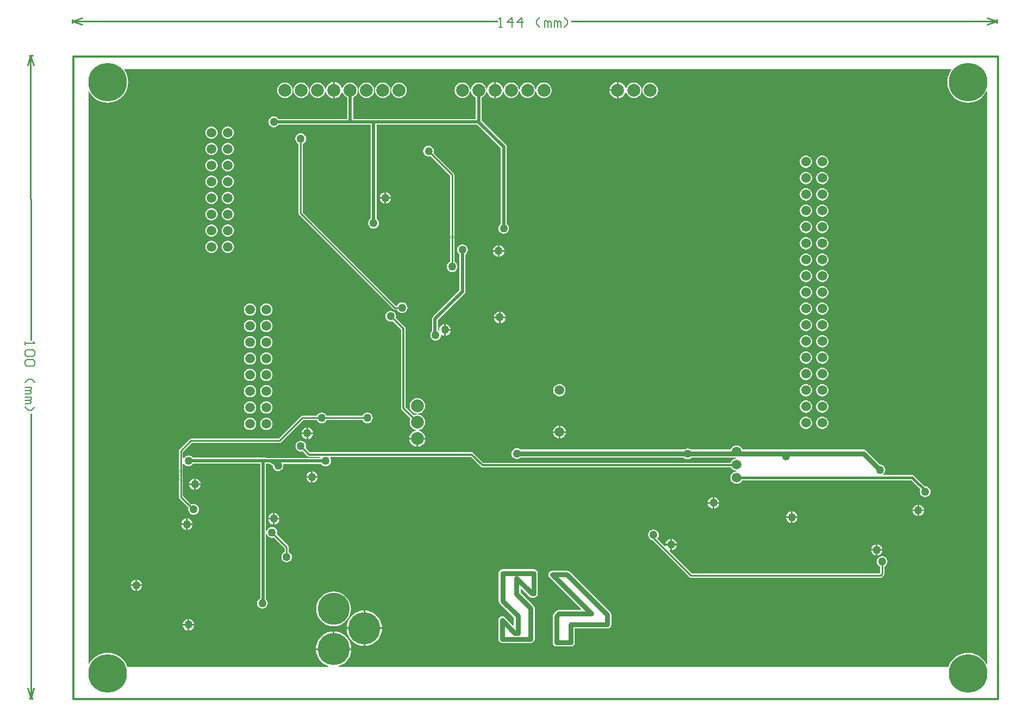
<source format=gbl>
%FSLAX42Y42*%
%MOMM*%
G71*
G01*
G75*
G04 Layer_Physical_Order=2*
G04 Layer_Color=16711680*
%ADD10O,1.40X0.45*%
%ADD11R,0.40X0.80*%
%ADD12R,1.00X0.90*%
%ADD13R,0.90X1.00*%
%ADD14R,0.80X0.40*%
%ADD15O,1.90X0.60*%
%ADD16R,0.90X2.25*%
%ADD17R,3.25X2.25*%
%ADD18C,0.25*%
%ADD19C,0.40*%
%ADD20C,0.30*%
%ADD21C,0.80*%
%ADD22C,0.50*%
%ADD23C,0.10*%
%ADD24C,0.05*%
%ADD25C,0.15*%
%ADD26C,1.50*%
%ADD27C,5.00*%
%ADD28C,2.00*%
%ADD29C,1.27*%
%ADD30C,6.00*%
G36*
X13673Y9795D02*
X13675Y9787D01*
X13649Y9746D01*
X13630Y9699D01*
X13618Y9650D01*
X13614Y9600D01*
X13618Y9550D01*
X13630Y9501D01*
X13649Y9454D01*
X13676Y9411D01*
X13708Y9373D01*
X13747Y9340D01*
X13790Y9314D01*
X13836Y9295D01*
X13885Y9283D01*
X13935Y9279D01*
X13986Y9283D01*
X14035Y9295D01*
X14081Y9314D01*
X14124Y9340D01*
X14162Y9373D01*
X14195Y9411D01*
X14221Y9454D01*
X14223Y9458D01*
X14235Y9456D01*
Y544D01*
X14223Y542D01*
X14221Y546D01*
X14195Y589D01*
X14162Y627D01*
X14124Y660D01*
X14081Y686D01*
X14035Y705D01*
X13986Y717D01*
X13935Y721D01*
X13885Y717D01*
X13836Y705D01*
X13790Y686D01*
X13747Y660D01*
X13708Y627D01*
X13676Y589D01*
X13649Y546D01*
X13631Y500D01*
X4134D01*
X4133Y513D01*
X4139Y514D01*
X4179Y531D01*
X4216Y553D01*
X4249Y582D01*
X4277Y615D01*
X4300Y652D01*
X4317Y692D01*
X4327Y734D01*
X4329Y764D01*
X3779D01*
X3781Y734D01*
X3791Y692D01*
X3808Y652D01*
X3830Y615D01*
X3859Y582D01*
X3891Y553D01*
X3928Y531D01*
X3968Y514D01*
X3975Y513D01*
X3973Y500D01*
X840D01*
X821Y546D01*
X795Y589D01*
X762Y627D01*
X724Y660D01*
X681Y686D01*
X635Y705D01*
X586Y717D01*
X535Y721D01*
X485Y717D01*
X436Y705D01*
X390Y686D01*
X347Y660D01*
X308Y627D01*
X276Y589D01*
X249Y546D01*
X248Y542D01*
X235Y544D01*
Y9456D01*
X248Y9458D01*
X249Y9454D01*
X276Y9411D01*
X308Y9373D01*
X347Y9340D01*
X390Y9314D01*
X436Y9295D01*
X485Y9283D01*
X535Y9279D01*
X586Y9283D01*
X635Y9295D01*
X681Y9314D01*
X724Y9340D01*
X762Y9373D01*
X795Y9411D01*
X821Y9454D01*
X841Y9501D01*
X852Y9550D01*
X856Y9600D01*
X852Y9650D01*
X841Y9699D01*
X821Y9746D01*
X796Y9787D01*
X798Y9795D01*
X800Y9800D01*
X13671D01*
X13673Y9795D01*
D02*
G37*
%LPC*%
G36*
X3731Y3542D02*
Y3467D01*
X3807D01*
X3805Y3478D01*
X3796Y3499D01*
X3782Y3518D01*
X3763Y3532D01*
X3742Y3541D01*
X3731Y3542D01*
D02*
G37*
G36*
X3706D02*
X3695Y3541D01*
X3674Y3532D01*
X3655Y3518D01*
X3641Y3499D01*
X3632Y3478D01*
X3631Y3467D01*
X3706D01*
Y3542D01*
D02*
G37*
G36*
Y3442D02*
X3631D01*
X3632Y3431D01*
X3641Y3410D01*
X3655Y3391D01*
X3674Y3377D01*
X3695Y3368D01*
X3706Y3366D01*
Y3442D01*
D02*
G37*
G36*
X3807D02*
X3731D01*
Y3366D01*
X3742Y3368D01*
X3763Y3377D01*
X3782Y3391D01*
X3796Y3410D01*
X3805Y3431D01*
X3807Y3442D01*
D02*
G37*
G36*
X3733Y4122D02*
X3658D01*
Y4047D01*
X3668Y4048D01*
X3690Y4057D01*
X3708Y4072D01*
X3723Y4090D01*
X3732Y4112D01*
X3733Y4122D01*
D02*
G37*
G36*
X7560Y4142D02*
X7473D01*
X7475Y4129D01*
X7485Y4104D01*
X7501Y4083D01*
X7522Y4067D01*
X7546Y4057D01*
X7560Y4055D01*
Y4142D01*
D02*
G37*
G36*
X3632Y4122D02*
X3557D01*
X3558Y4112D01*
X3567Y4090D01*
X3582Y4072D01*
X3600Y4057D01*
X3622Y4048D01*
X3632Y4047D01*
Y4122D01*
D02*
G37*
G36*
X5347Y4039D02*
X5235D01*
X5238Y4019D01*
X5250Y3989D01*
X5271Y3963D01*
X5297Y3942D01*
X5327Y3930D01*
X5347Y3927D01*
Y4039D01*
D02*
G37*
G36*
X5485D02*
X5373D01*
Y3927D01*
X5393Y3930D01*
X5423Y3942D01*
X5449Y3963D01*
X5470Y3989D01*
X5482Y4019D01*
X5485Y4039D01*
D02*
G37*
G36*
X1908Y3431D02*
Y3355D01*
X1983D01*
X1981Y3366D01*
X1972Y3387D01*
X1958Y3406D01*
X1940Y3420D01*
X1918Y3429D01*
X1908Y3431D01*
D02*
G37*
G36*
X9959Y3040D02*
X9884D01*
X9885Y3030D01*
X9894Y3008D01*
X9909Y2990D01*
X9927Y2975D01*
X9949Y2966D01*
X9959Y2965D01*
Y3040D01*
D02*
G37*
G36*
X10060D02*
X9985D01*
Y2965D01*
X9995Y2966D01*
X10017Y2975D01*
X10035Y2990D01*
X10050Y3008D01*
X10059Y3030D01*
X10060Y3040D01*
D02*
G37*
G36*
X13150Y3024D02*
X13139Y3023D01*
X13117Y3014D01*
X13099Y3000D01*
X13085Y2981D01*
X13076Y2959D01*
X13074Y2949D01*
X13150D01*
Y3024D01*
D02*
G37*
G36*
X13175D02*
Y2949D01*
X13250D01*
X13249Y2959D01*
X13240Y2981D01*
X13226Y3000D01*
X13207Y3014D01*
X13185Y3023D01*
X13175Y3024D01*
D02*
G37*
G36*
X9959Y3141D02*
X9949Y3140D01*
X9927Y3131D01*
X9909Y3116D01*
X9894Y3098D01*
X9885Y3076D01*
X9884Y3066D01*
X9959D01*
Y3141D01*
D02*
G37*
G36*
X1983Y3330D02*
X1908D01*
Y3255D01*
X1918Y3256D01*
X1940Y3265D01*
X1958Y3279D01*
X1972Y3298D01*
X1981Y3319D01*
X1983Y3330D01*
D02*
G37*
G36*
X1882Y3431D02*
X1872Y3429D01*
X1850Y3420D01*
X1831Y3406D01*
X1817Y3387D01*
X1808Y3366D01*
X1807Y3355D01*
X1882D01*
Y3431D01*
D02*
G37*
G36*
X9985Y3141D02*
Y3066D01*
X10060D01*
X10059Y3076D01*
X10050Y3098D01*
X10035Y3116D01*
X10017Y3131D01*
X9995Y3140D01*
X9985Y3141D01*
D02*
G37*
G36*
X1882Y3330D02*
X1807D01*
X1808Y3319D01*
X1817Y3298D01*
X1831Y3279D01*
X1850Y3265D01*
X1872Y3256D01*
X1882Y3255D01*
Y3330D01*
D02*
G37*
G36*
X3007Y4632D02*
X2982Y4629D01*
X2959Y4619D01*
X2939Y4604D01*
X2924Y4584D01*
X2914Y4561D01*
X2911Y4537D01*
X2914Y4512D01*
X2924Y4489D01*
X2939Y4469D01*
X2959Y4454D01*
X2982Y4444D01*
X3007Y4441D01*
X3032Y4444D01*
X3055Y4454D01*
X3075Y4469D01*
X3090Y4489D01*
X3100Y4512D01*
X3103Y4537D01*
X3100Y4561D01*
X3090Y4584D01*
X3075Y4604D01*
X3055Y4619D01*
X3032Y4629D01*
X3007Y4632D01*
D02*
G37*
G36*
X11412Y4646D02*
X11387Y4643D01*
X11364Y4633D01*
X11344Y4618D01*
X11329Y4598D01*
X11319Y4575D01*
X11316Y4550D01*
X11319Y4525D01*
X11329Y4502D01*
X11344Y4482D01*
X11364Y4467D01*
X11387Y4458D01*
X11412Y4454D01*
X11437Y4458D01*
X11460Y4467D01*
X11480Y4482D01*
X11495Y4502D01*
X11504Y4525D01*
X11508Y4550D01*
X11504Y4575D01*
X11495Y4598D01*
X11480Y4618D01*
X11460Y4633D01*
X11437Y4643D01*
X11412Y4646D01*
D02*
G37*
G36*
X4580Y4459D02*
X4558Y4456D01*
X4538Y4448D01*
X4520Y4435D01*
X4507Y4417D01*
X4503Y4408D01*
X3946D01*
X3943Y4415D01*
X3930Y4432D01*
X3912Y4445D01*
X3892Y4454D01*
X3870Y4457D01*
X3848Y4454D01*
X3828Y4445D01*
X3810Y4432D01*
X3797Y4415D01*
X3793Y4406D01*
X3570D01*
X3557Y4403D01*
X3553Y4400D01*
X3546Y4396D01*
X3201Y4051D01*
X1835D01*
X1822Y4048D01*
X1811Y4041D01*
X1651Y3881D01*
X1644Y3870D01*
X1642Y3858D01*
Y3142D01*
X1644Y3130D01*
X1651Y3119D01*
X1795Y2975D01*
X1794Y2972D01*
X1791Y2950D01*
X1794Y2928D01*
X1802Y2908D01*
X1815Y2890D01*
X1833Y2877D01*
X1853Y2869D01*
X1875Y2866D01*
X1897Y2869D01*
X1917Y2877D01*
X1935Y2890D01*
X1948Y2908D01*
X1956Y2928D01*
X1959Y2950D01*
X1956Y2972D01*
X1948Y2992D01*
X1935Y3010D01*
X1917Y3023D01*
X1897Y3031D01*
X1875Y3034D01*
X1853Y3031D01*
X1839Y3026D01*
X1708Y3156D01*
Y3655D01*
X1720Y3663D01*
X1721Y3663D01*
X1734Y3646D01*
X1751Y3633D01*
X1771Y3625D01*
X1793Y3622D01*
X1815Y3625D01*
X1835Y3633D01*
X1853Y3646D01*
X1866Y3664D01*
X1867Y3665D01*
X2911D01*
Y1567D01*
X2904Y1564D01*
X2887Y1551D01*
X2873Y1533D01*
X2865Y1513D01*
X2862Y1491D01*
X2865Y1469D01*
X2873Y1449D01*
X2887Y1431D01*
X2904Y1418D01*
X2925Y1410D01*
X2946Y1407D01*
X2968Y1410D01*
X2989Y1418D01*
X3006Y1431D01*
X3019Y1449D01*
X3028Y1469D01*
X3031Y1491D01*
X3028Y1513D01*
X3019Y1533D01*
X3006Y1551D01*
X3002Y1553D01*
Y2567D01*
X3015Y2569D01*
X3023Y2549D01*
X3037Y2531D01*
X3054Y2518D01*
X3074Y2509D01*
X3096Y2507D01*
X3118Y2509D01*
X3127Y2513D01*
X3292Y2348D01*
Y2286D01*
X3283Y2283D01*
X3265Y2269D01*
X3252Y2252D01*
X3244Y2232D01*
X3241Y2210D01*
X3244Y2188D01*
X3252Y2168D01*
X3265Y2150D01*
X3283Y2137D01*
X3303Y2128D01*
X3325Y2126D01*
X3347Y2128D01*
X3367Y2137D01*
X3384Y2150D01*
X3398Y2168D01*
X3406Y2188D01*
X3409Y2210D01*
X3406Y2232D01*
X3398Y2252D01*
X3384Y2269D01*
X3367Y2283D01*
X3358Y2286D01*
Y2362D01*
X3356Y2375D01*
X3348Y2386D01*
X3174Y2560D01*
X3178Y2569D01*
X3180Y2591D01*
X3178Y2613D01*
X3169Y2633D01*
X3156Y2650D01*
X3138Y2664D01*
X3118Y2672D01*
X3096Y2675D01*
X3074Y2672D01*
X3054Y2664D01*
X3037Y2650D01*
X3023Y2633D01*
X3015Y2613D01*
X3002Y2614D01*
Y3654D01*
X3012Y3662D01*
X3050Y3661D01*
X3106Y3628D01*
X3106Y3627D01*
X3109Y3605D01*
X3117Y3585D01*
X3131Y3568D01*
X3148Y3554D01*
X3168Y3546D01*
X3190Y3543D01*
X3212Y3546D01*
X3232Y3554D01*
X3250Y3568D01*
X3263Y3585D01*
X3272Y3605D01*
X3274Y3627D01*
X3272Y3647D01*
X3273Y3652D01*
X3278Y3660D01*
X3862D01*
X3873Y3645D01*
X3890Y3632D01*
X3911Y3624D01*
X3933Y3621D01*
X3954Y3624D01*
X3975Y3632D01*
X3992Y3645D01*
X4005Y3663D01*
X4014Y3683D01*
X4017Y3705D01*
X4014Y3727D01*
X4005Y3747D01*
X3999Y3755D01*
X4006Y3768D01*
X6197D01*
X6350Y3615D01*
X6361Y3607D01*
X6375Y3604D01*
X10248D01*
X10250Y3600D01*
X10265Y3580D01*
X10285Y3565D01*
X10308Y3556D01*
X10313Y3555D01*
X10325Y3553D01*
X10328Y3542D01*
Y3541D01*
Y3540D01*
Y3540D01*
Y3540D01*
X10325Y3540D01*
X10325Y3540D01*
X10308Y3538D01*
X10285Y3528D01*
X10265Y3513D01*
X10250Y3493D01*
X10240Y3470D01*
X10237Y3445D01*
X10240Y3420D01*
X10250Y3397D01*
X10265Y3377D01*
X10285Y3362D01*
X10308Y3352D01*
X10332Y3349D01*
X10357Y3352D01*
X10380Y3362D01*
X10400Y3377D01*
X10415Y3397D01*
X10418Y3404D01*
X13053D01*
X13194Y3263D01*
X13189Y3249D01*
X13186Y3228D01*
X13189Y3206D01*
X13197Y3185D01*
X13210Y3168D01*
X13228Y3155D01*
X13248Y3146D01*
X13270Y3143D01*
X13292Y3146D01*
X13312Y3155D01*
X13330Y3168D01*
X13343Y3185D01*
X13351Y3206D01*
X13354Y3228D01*
X13351Y3249D01*
X13343Y3270D01*
X13330Y3287D01*
X13312Y3300D01*
X13292Y3309D01*
X13270Y3312D01*
X13262Y3311D01*
X13099Y3474D01*
X13086Y3483D01*
X13083Y3483D01*
X13070Y3486D01*
X13070Y3486D01*
X12616D01*
X12612Y3498D01*
X12622Y3507D01*
X12636Y3524D01*
X12644Y3544D01*
X12647Y3566D01*
X12644Y3588D01*
X12636Y3608D01*
X12622Y3626D01*
X12605Y3639D01*
X12585Y3648D01*
X12565Y3650D01*
X12352Y3863D01*
X12332Y3877D01*
X12309Y3881D01*
X10423D01*
X10415Y3899D01*
X10400Y3919D01*
X10380Y3934D01*
X10357Y3944D01*
X10332Y3947D01*
X10308Y3944D01*
X10285Y3934D01*
X10265Y3919D01*
X10250Y3899D01*
X10242Y3881D01*
X9623D01*
X9615Y3888D01*
X9594Y3896D01*
X9572Y3899D01*
X9551Y3896D01*
X9530Y3888D01*
X9522Y3881D01*
X6967D01*
X6952Y3893D01*
X6932Y3901D01*
X6910Y3904D01*
X6888Y3901D01*
X6868Y3893D01*
X6850Y3880D01*
X6837Y3862D01*
X6829Y3842D01*
X6826Y3820D01*
X6829Y3798D01*
X6837Y3778D01*
X6850Y3760D01*
X6868Y3747D01*
X6888Y3739D01*
X6910Y3736D01*
X6932Y3739D01*
X6952Y3747D01*
X6967Y3759D01*
X9510D01*
X9513Y3755D01*
X9530Y3742D01*
X9551Y3734D01*
X9572Y3731D01*
X9594Y3734D01*
X9615Y3742D01*
X9632Y3755D01*
X9635Y3759D01*
X10308D01*
X10313Y3758D01*
X10325Y3757D01*
X10328Y3745D01*
Y3744D01*
Y3744D01*
Y3743D01*
Y3743D01*
X10325Y3743D01*
X10325Y3743D01*
X10308Y3741D01*
X10285Y3731D01*
X10265Y3716D01*
X10250Y3696D01*
X10241Y3676D01*
X6390D01*
X6237Y3829D01*
X6225Y3836D01*
X6212Y3839D01*
X3689D01*
X3624Y3904D01*
X3626Y3911D01*
X3629Y3933D01*
X3626Y3954D01*
X3618Y3975D01*
X3605Y3992D01*
X3587Y4005D01*
X3567Y4014D01*
X3545Y4017D01*
X3523Y4014D01*
X3503Y4005D01*
X3485Y3992D01*
X3472Y3975D01*
X3464Y3954D01*
X3461Y3933D01*
X3464Y3911D01*
X3472Y3890D01*
X3485Y3873D01*
X3503Y3860D01*
X3523Y3851D01*
X3545Y3848D01*
X3567Y3851D01*
X3573Y3854D01*
X3649Y3778D01*
X3660Y3771D01*
X3674Y3768D01*
X3848D01*
X3855Y3755D01*
X3853Y3752D01*
X3065D01*
X2959Y3757D01*
X2958Y3757D01*
X2957Y3757D01*
X1859D01*
X1853Y3765D01*
X1835Y3779D01*
X1815Y3787D01*
X1793Y3790D01*
X1771Y3787D01*
X1751Y3779D01*
X1734Y3765D01*
X1721Y3749D01*
X1720Y3749D01*
X1708Y3757D01*
Y3844D01*
X1849Y3984D01*
X3215D01*
X3228Y3987D01*
X3239Y3994D01*
X3584Y4339D01*
X3793D01*
X3797Y4330D01*
X3810Y4313D01*
X3828Y4300D01*
X3848Y4291D01*
X3870Y4288D01*
X3892Y4291D01*
X3912Y4300D01*
X3930Y4313D01*
X3943Y4330D01*
X3948Y4342D01*
X4503D01*
X4507Y4333D01*
X4520Y4315D01*
X4538Y4302D01*
X4558Y4294D01*
X4580Y4291D01*
X4602Y4294D01*
X4622Y4302D01*
X4640Y4315D01*
X4653Y4333D01*
X4661Y4353D01*
X4664Y4375D01*
X4661Y4397D01*
X4653Y4417D01*
X4640Y4435D01*
X4622Y4448D01*
X4602Y4456D01*
X4580Y4459D01*
D02*
G37*
G36*
X2753Y4632D02*
X2728Y4629D01*
X2705Y4619D01*
X2685Y4604D01*
X2670Y4584D01*
X2660Y4561D01*
X2657Y4537D01*
X2660Y4512D01*
X2670Y4489D01*
X2685Y4469D01*
X2705Y4454D01*
X2728Y4444D01*
X2753Y4441D01*
X2778Y4444D01*
X2801Y4454D01*
X2821Y4469D01*
X2836Y4489D01*
X2846Y4512D01*
X2849Y4537D01*
X2846Y4561D01*
X2836Y4584D01*
X2821Y4604D01*
X2801Y4619D01*
X2778Y4629D01*
X2753Y4632D01*
D02*
G37*
G36*
X11666Y4646D02*
X11641Y4643D01*
X11618Y4633D01*
X11598Y4618D01*
X11583Y4598D01*
X11573Y4575D01*
X11570Y4550D01*
X11573Y4525D01*
X11583Y4502D01*
X11598Y4482D01*
X11618Y4467D01*
X11641Y4458D01*
X11666Y4454D01*
X11691Y4458D01*
X11714Y4467D01*
X11734Y4482D01*
X11749Y4502D01*
X11758Y4525D01*
X11762Y4550D01*
X11758Y4575D01*
X11749Y4598D01*
X11734Y4618D01*
X11714Y4633D01*
X11691Y4643D01*
X11666Y4646D01*
D02*
G37*
G36*
X11412Y4900D02*
X11387Y4897D01*
X11364Y4887D01*
X11344Y4872D01*
X11329Y4852D01*
X11319Y4829D01*
X11316Y4804D01*
X11319Y4779D01*
X11329Y4756D01*
X11344Y4736D01*
X11364Y4721D01*
X11387Y4712D01*
X11412Y4708D01*
X11437Y4712D01*
X11460Y4721D01*
X11480Y4736D01*
X11495Y4756D01*
X11504Y4779D01*
X11508Y4804D01*
X11504Y4829D01*
X11495Y4852D01*
X11480Y4872D01*
X11460Y4887D01*
X11437Y4897D01*
X11412Y4900D01*
D02*
G37*
G36*
X11666D02*
X11641Y4897D01*
X11618Y4887D01*
X11598Y4872D01*
X11583Y4852D01*
X11573Y4829D01*
X11570Y4804D01*
X11573Y4779D01*
X11583Y4756D01*
X11598Y4736D01*
X11618Y4721D01*
X11641Y4712D01*
X11666Y4708D01*
X11691Y4712D01*
X11714Y4721D01*
X11734Y4736D01*
X11749Y4756D01*
X11758Y4779D01*
X11762Y4804D01*
X11758Y4829D01*
X11749Y4852D01*
X11734Y4872D01*
X11714Y4887D01*
X11691Y4897D01*
X11666Y4900D01*
D02*
G37*
G36*
X2753Y4886D02*
X2728Y4883D01*
X2705Y4873D01*
X2685Y4858D01*
X2670Y4838D01*
X2660Y4815D01*
X2657Y4790D01*
X2660Y4766D01*
X2670Y4743D01*
X2685Y4723D01*
X2705Y4708D01*
X2728Y4698D01*
X2753Y4695D01*
X2778Y4698D01*
X2801Y4708D01*
X2821Y4723D01*
X2836Y4743D01*
X2846Y4766D01*
X2849Y4790D01*
X2846Y4815D01*
X2836Y4838D01*
X2821Y4858D01*
X2801Y4873D01*
X2778Y4883D01*
X2753Y4886D01*
D02*
G37*
G36*
X3007D02*
X2982Y4883D01*
X2959Y4873D01*
X2939Y4858D01*
X2924Y4838D01*
X2914Y4815D01*
X2911Y4790D01*
X2914Y4766D01*
X2924Y4743D01*
X2939Y4723D01*
X2959Y4708D01*
X2982Y4698D01*
X3007Y4695D01*
X3032Y4698D01*
X3055Y4708D01*
X3075Y4723D01*
X3090Y4743D01*
X3100Y4766D01*
X3103Y4790D01*
X3100Y4815D01*
X3090Y4838D01*
X3075Y4858D01*
X3055Y4873D01*
X3032Y4883D01*
X3007Y4886D01*
D02*
G37*
G36*
X11666Y4392D02*
X11641Y4389D01*
X11618Y4379D01*
X11598Y4364D01*
X11583Y4344D01*
X11573Y4321D01*
X11570Y4296D01*
X11573Y4271D01*
X11583Y4248D01*
X11598Y4228D01*
X11618Y4213D01*
X11641Y4204D01*
X11666Y4200D01*
X11691Y4204D01*
X11714Y4213D01*
X11734Y4228D01*
X11749Y4248D01*
X11758Y4271D01*
X11762Y4296D01*
X11758Y4321D01*
X11749Y4344D01*
X11734Y4364D01*
X11714Y4379D01*
X11691Y4389D01*
X11666Y4392D01*
D02*
G37*
G36*
X3632Y4223D02*
X3622Y4222D01*
X3600Y4213D01*
X3582Y4198D01*
X3567Y4180D01*
X3558Y4158D01*
X3557Y4148D01*
X3632D01*
Y4223D01*
D02*
G37*
G36*
X3658D02*
Y4148D01*
X3733D01*
X3732Y4158D01*
X3723Y4180D01*
X3708Y4198D01*
X3690Y4213D01*
X3668Y4222D01*
X3658Y4223D01*
D02*
G37*
G36*
X7672Y4142D02*
X7585D01*
Y4055D01*
X7599Y4057D01*
X7623Y4067D01*
X7644Y4083D01*
X7660Y4104D01*
X7670Y4129D01*
X7672Y4142D01*
D02*
G37*
G36*
X4945Y6042D02*
X4923Y6039D01*
X4903Y6030D01*
X4885Y6017D01*
X4872Y6000D01*
X4864Y5979D01*
X4861Y5958D01*
X4864Y5936D01*
X4872Y5915D01*
X4885Y5898D01*
X4903Y5885D01*
X4923Y5876D01*
X4945Y5873D01*
X4967Y5876D01*
X4973Y5879D01*
X5104Y5748D01*
Y4526D01*
X5107Y4512D01*
X5115Y4501D01*
X5253Y4362D01*
X5243Y4337D01*
X5239Y4306D01*
X5243Y4275D01*
X5255Y4245D01*
X5274Y4220D01*
X5299Y4201D01*
X5329Y4189D01*
X5336Y4188D01*
Y4175D01*
X5327Y4174D01*
X5297Y4162D01*
X5271Y4141D01*
X5250Y4115D01*
X5238Y4085D01*
X5235Y4065D01*
X5485D01*
X5482Y4085D01*
X5470Y4115D01*
X5449Y4141D01*
X5423Y4162D01*
X5393Y4174D01*
X5384Y4175D01*
Y4188D01*
X5391Y4189D01*
X5421Y4201D01*
X5446Y4220D01*
X5465Y4245D01*
X5477Y4275D01*
X5481Y4306D01*
X5477Y4337D01*
X5465Y4367D01*
X5446Y4392D01*
X5421Y4411D01*
X5391Y4423D01*
X5369Y4426D01*
X5369D01*
X5363Y4427D01*
Y4427D01*
Y4427D01*
Y4428D01*
Y4438D01*
Y4439D01*
Y4439D01*
Y4439D01*
X5369Y4440D01*
D01*
X5391Y4443D01*
X5421Y4455D01*
X5446Y4474D01*
X5465Y4499D01*
X5477Y4529D01*
X5481Y4560D01*
X5477Y4591D01*
X5465Y4621D01*
X5446Y4646D01*
X5421Y4665D01*
X5391Y4677D01*
X5360Y4681D01*
X5329Y4677D01*
X5299Y4665D01*
X5274Y4646D01*
X5255Y4621D01*
X5243Y4591D01*
X5239Y4560D01*
X5243Y4529D01*
X5255Y4499D01*
X5274Y4474D01*
X5299Y4455D01*
X5329Y4443D01*
X5351Y4440D01*
X5351D01*
X5357Y4439D01*
Y4439D01*
Y4439D01*
Y4438D01*
Y4428D01*
Y4427D01*
Y4427D01*
Y4427D01*
X5351Y4426D01*
D01*
X5329Y4423D01*
X5304Y4413D01*
X5176Y4541D01*
Y5762D01*
X5173Y5776D01*
X5165Y5788D01*
X5024Y5929D01*
X5026Y5936D01*
X5029Y5958D01*
X5026Y5979D01*
X5018Y6000D01*
X5005Y6017D01*
X4987Y6030D01*
X4967Y6039D01*
X4945Y6042D01*
D02*
G37*
G36*
X7560Y4255D02*
X7546Y4253D01*
X7522Y4243D01*
X7501Y4227D01*
X7485Y4206D01*
X7475Y4181D01*
X7473Y4168D01*
X7560D01*
Y4255D01*
D02*
G37*
G36*
X3007Y4378D02*
X2982Y4375D01*
X2959Y4365D01*
X2939Y4350D01*
X2924Y4330D01*
X2914Y4307D01*
X2911Y4283D01*
X2914Y4258D01*
X2924Y4235D01*
X2939Y4215D01*
X2959Y4200D01*
X2982Y4190D01*
X3007Y4187D01*
X3032Y4190D01*
X3055Y4200D01*
X3075Y4215D01*
X3090Y4235D01*
X3100Y4258D01*
X3103Y4283D01*
X3100Y4307D01*
X3090Y4330D01*
X3075Y4350D01*
X3055Y4365D01*
X3032Y4375D01*
X3007Y4378D01*
D02*
G37*
G36*
X11412Y4392D02*
X11387Y4389D01*
X11364Y4379D01*
X11344Y4364D01*
X11329Y4344D01*
X11319Y4321D01*
X11316Y4296D01*
X11319Y4271D01*
X11329Y4248D01*
X11344Y4228D01*
X11364Y4213D01*
X11387Y4204D01*
X11412Y4200D01*
X11437Y4204D01*
X11460Y4213D01*
X11480Y4228D01*
X11495Y4248D01*
X11504Y4271D01*
X11508Y4296D01*
X11504Y4321D01*
X11495Y4344D01*
X11480Y4364D01*
X11460Y4379D01*
X11437Y4389D01*
X11412Y4392D01*
D02*
G37*
G36*
X7585Y4255D02*
Y4168D01*
X7672D01*
X7670Y4181D01*
X7660Y4206D01*
X7644Y4227D01*
X7623Y4243D01*
X7599Y4253D01*
X7585Y4255D01*
D02*
G37*
G36*
X2753Y4378D02*
X2728Y4375D01*
X2705Y4365D01*
X2685Y4350D01*
X2670Y4330D01*
X2660Y4307D01*
X2657Y4283D01*
X2660Y4258D01*
X2670Y4235D01*
X2685Y4215D01*
X2705Y4200D01*
X2728Y4190D01*
X2753Y4187D01*
X2778Y4190D01*
X2801Y4200D01*
X2821Y4215D01*
X2836Y4235D01*
X2846Y4258D01*
X2849Y4283D01*
X2846Y4307D01*
X2836Y4330D01*
X2821Y4350D01*
X2801Y4365D01*
X2778Y4375D01*
X2753Y4378D01*
D02*
G37*
G36*
X13250Y2924D02*
X13175D01*
Y2848D01*
X13185Y2850D01*
X13207Y2859D01*
X13226Y2873D01*
X13240Y2891D01*
X13249Y2913D01*
X13250Y2924D01*
D02*
G37*
G36*
X7175Y2019D02*
X6690D01*
X6667Y2014D01*
X6647Y2001D01*
X6644Y1998D01*
X6631Y1978D01*
X6626Y1955D01*
Y1530D01*
X6631Y1507D01*
X6644Y1487D01*
X6649Y1482D01*
X6864Y1267D01*
Y1144D01*
X6852Y1139D01*
X6723Y1268D01*
X6703Y1282D01*
X6680Y1286D01*
X6657Y1282D01*
X6637Y1268D01*
X6623Y1248D01*
X6619Y1225D01*
Y932D01*
X6623Y909D01*
X6637Y889D01*
X6657Y876D01*
X6680Y871D01*
X7125D01*
X7148Y876D01*
X7168Y889D01*
X7182Y909D01*
X7186Y932D01*
Y1415D01*
X7182Y1438D01*
X7168Y1458D01*
X6966Y1660D01*
Y1712D01*
X6978Y1717D01*
X7100Y1594D01*
X7120Y1581D01*
X7144Y1576D01*
X7175D01*
X7198Y1581D01*
X7218Y1594D01*
X7232Y1614D01*
X7236Y1638D01*
Y1958D01*
X7232Y1981D01*
X7218Y2001D01*
X7198Y2014D01*
X7175Y2019D01*
D02*
G37*
G36*
X970Y1757D02*
X895D01*
X896Y1747D01*
X905Y1725D01*
X919Y1707D01*
X938Y1692D01*
X959Y1683D01*
X970Y1682D01*
Y1757D01*
D02*
G37*
G36*
X1782Y1243D02*
X1772Y1242D01*
X1750Y1233D01*
X1732Y1218D01*
X1717Y1200D01*
X1708Y1178D01*
X1707Y1168D01*
X1782D01*
Y1243D01*
D02*
G37*
G36*
X1808D02*
Y1168D01*
X1883D01*
X1882Y1178D01*
X1873Y1200D01*
X1858Y1218D01*
X1840Y1233D01*
X1818Y1242D01*
X1808Y1243D01*
D02*
G37*
G36*
X1070Y1757D02*
X995D01*
Y1682D01*
X1006Y1683D01*
X1027Y1692D01*
X1046Y1707D01*
X1060Y1725D01*
X1069Y1747D01*
X1070Y1757D01*
D02*
G37*
G36*
X12502Y2306D02*
X12427D01*
X12428Y2296D01*
X12437Y2274D01*
X12451Y2256D01*
X12470Y2241D01*
X12491Y2232D01*
X12502Y2231D01*
Y2306D01*
D02*
G37*
G36*
X12603D02*
X12527D01*
Y2231D01*
X12538Y2232D01*
X12559Y2241D01*
X12578Y2256D01*
X12592Y2274D01*
X12601Y2296D01*
X12603Y2306D01*
D02*
G37*
G36*
X970Y1858D02*
X959Y1857D01*
X938Y1848D01*
X919Y1833D01*
X905Y1815D01*
X896Y1793D01*
X895Y1783D01*
X970D01*
Y1858D01*
D02*
G37*
G36*
X995D02*
Y1783D01*
X1070D01*
X1069Y1793D01*
X1060Y1815D01*
X1046Y1833D01*
X1027Y1848D01*
X1006Y1857D01*
X995Y1858D01*
D02*
G37*
G36*
X4054Y1673D02*
X4011Y1669D01*
X3970Y1660D01*
X3931Y1643D01*
X3895Y1621D01*
X3862Y1593D01*
X3835Y1561D01*
X3813Y1525D01*
X3796Y1486D01*
X3786Y1444D01*
X3783Y1402D01*
X3786Y1360D01*
X3796Y1318D01*
X3813Y1279D01*
X3835Y1243D01*
X3862Y1210D01*
X3895Y1183D01*
X3931Y1161D01*
X3970Y1144D01*
X4011Y1134D01*
X4054Y1131D01*
X4096Y1134D01*
X4138Y1144D01*
X4177Y1161D01*
X4213Y1183D01*
X4245Y1210D01*
X4273Y1243D01*
X4295Y1279D01*
X4311Y1318D01*
X4321Y1360D01*
X4325Y1402D01*
X4321Y1444D01*
X4311Y1486D01*
X4295Y1525D01*
X4273Y1561D01*
X4245Y1593D01*
X4213Y1621D01*
X4177Y1643D01*
X4138Y1660D01*
X4096Y1669D01*
X4054Y1673D01*
D02*
G37*
G36*
X7693Y1996D02*
X7462D01*
X7439Y1992D01*
X7419Y1978D01*
X7406Y1958D01*
X7401Y1935D01*
X7406Y1912D01*
X7419Y1892D01*
X7913Y1398D01*
X7908Y1386D01*
X7565D01*
X7542Y1382D01*
X7522Y1368D01*
X7484Y1331D01*
X7471Y1311D01*
X7466Y1288D01*
Y1188D01*
Y877D01*
X7471Y854D01*
X7484Y834D01*
X7504Y821D01*
X7528Y816D01*
X7750D01*
X7773Y821D01*
X7793Y834D01*
X7807Y854D01*
X7811Y877D01*
Y1096D01*
X8320D01*
X8343Y1101D01*
X8363Y1114D01*
X8377Y1134D01*
X8381Y1157D01*
Y1307D01*
X8377Y1331D01*
X8363Y1351D01*
X7736Y1978D01*
X7716Y1992D01*
X7693Y1996D01*
D02*
G37*
G36*
X4521Y1089D02*
X4259D01*
X4261Y1059D01*
X4271Y1017D01*
X4288Y977D01*
X4310Y940D01*
X4339Y907D01*
X4371Y878D01*
X4408Y856D01*
X4448Y839D01*
X4491Y829D01*
X4521Y827D01*
Y1089D01*
D02*
G37*
G36*
X4041Y1052D02*
X4011Y1050D01*
X3968Y1040D01*
X3928Y1023D01*
X3891Y1000D01*
X3859Y972D01*
X3830Y939D01*
X3808Y902D01*
X3791Y862D01*
X3781Y820D01*
X3779Y790D01*
X4041D01*
Y1052D01*
D02*
G37*
G36*
X4067D02*
Y790D01*
X4329D01*
X4327Y820D01*
X4317Y862D01*
X4300Y902D01*
X4277Y939D01*
X4249Y972D01*
X4216Y1000D01*
X4179Y1023D01*
X4139Y1040D01*
X4097Y1050D01*
X4067Y1052D01*
D02*
G37*
G36*
X4809Y1089D02*
X4547D01*
Y827D01*
X4577Y829D01*
X4619Y839D01*
X4659Y856D01*
X4696Y878D01*
X4729Y907D01*
X4757Y940D01*
X4780Y977D01*
X4797Y1017D01*
X4807Y1059D01*
X4809Y1089D01*
D02*
G37*
G36*
X4521Y1377D02*
X4491Y1375D01*
X4448Y1365D01*
X4408Y1348D01*
X4371Y1325D01*
X4339Y1297D01*
X4310Y1264D01*
X4288Y1227D01*
X4271Y1187D01*
X4261Y1145D01*
X4259Y1115D01*
X4521D01*
Y1377D01*
D02*
G37*
G36*
X4547D02*
Y1115D01*
X4809D01*
X4807Y1145D01*
X4797Y1187D01*
X4780Y1227D01*
X4757Y1264D01*
X4729Y1297D01*
X4696Y1325D01*
X4659Y1348D01*
X4619Y1365D01*
X4577Y1375D01*
X4547Y1377D01*
D02*
G37*
G36*
X1782Y1142D02*
X1707D01*
X1708Y1132D01*
X1717Y1110D01*
X1732Y1092D01*
X1750Y1077D01*
X1772Y1068D01*
X1782Y1067D01*
Y1142D01*
D02*
G37*
G36*
X1883D02*
X1808D01*
Y1067D01*
X1818Y1068D01*
X1840Y1077D01*
X1858Y1092D01*
X1873Y1110D01*
X1882Y1132D01*
X1883Y1142D01*
D02*
G37*
G36*
X11180Y2817D02*
X11105D01*
X11106Y2807D01*
X11115Y2785D01*
X11129Y2767D01*
X11148Y2752D01*
X11169Y2743D01*
X11180Y2742D01*
Y2817D01*
D02*
G37*
G36*
X11280D02*
X11205D01*
Y2742D01*
X11216Y2743D01*
X11237Y2752D01*
X11256Y2767D01*
X11270Y2785D01*
X11279Y2807D01*
X11280Y2817D01*
D02*
G37*
G36*
X1757Y2808D02*
X1747Y2807D01*
X1725Y2798D01*
X1707Y2783D01*
X1692Y2765D01*
X1683Y2743D01*
X1682Y2733D01*
X1757D01*
Y2808D01*
D02*
G37*
G36*
X1783D02*
Y2733D01*
X1858D01*
X1857Y2743D01*
X1848Y2765D01*
X1833Y2783D01*
X1815Y2798D01*
X1793Y2807D01*
X1783Y2808D01*
D02*
G37*
G36*
X3112Y2894D02*
X3101Y2893D01*
X3079Y2884D01*
X3061Y2870D01*
X3047Y2851D01*
X3038Y2830D01*
X3036Y2819D01*
X3112D01*
Y2894D01*
D02*
G37*
G36*
X11205Y2918D02*
Y2843D01*
X11280D01*
X11279Y2853D01*
X11270Y2875D01*
X11256Y2893D01*
X11237Y2908D01*
X11216Y2917D01*
X11205Y2918D01*
D02*
G37*
G36*
X13150Y2924D02*
X13074D01*
X13076Y2913D01*
X13085Y2891D01*
X13099Y2873D01*
X13117Y2859D01*
X13139Y2850D01*
X13150Y2848D01*
Y2924D01*
D02*
G37*
G36*
X3137Y2894D02*
Y2819D01*
X3212D01*
X3211Y2830D01*
X3202Y2851D01*
X3188Y2870D01*
X3169Y2884D01*
X3147Y2893D01*
X3137Y2894D01*
D02*
G37*
G36*
X11180Y2918D02*
X11169Y2917D01*
X11148Y2908D01*
X11129Y2893D01*
X11115Y2875D01*
X11106Y2853D01*
X11105Y2843D01*
X11180D01*
Y2918D01*
D02*
G37*
G36*
X3212Y2794D02*
X3137D01*
Y2718D01*
X3147Y2720D01*
X3169Y2729D01*
X3188Y2743D01*
X3202Y2761D01*
X3211Y2783D01*
X3212Y2794D01*
D02*
G37*
G36*
X12502Y2407D02*
X12491Y2406D01*
X12470Y2397D01*
X12451Y2382D01*
X12437Y2364D01*
X12428Y2342D01*
X12427Y2332D01*
X12502D01*
Y2407D01*
D02*
G37*
G36*
X12527D02*
Y2332D01*
X12603D01*
X12601Y2342D01*
X12592Y2364D01*
X12578Y2382D01*
X12559Y2397D01*
X12538Y2406D01*
X12527Y2407D01*
D02*
G37*
G36*
X9037Y2637D02*
X9016Y2634D01*
X8995Y2626D01*
X8978Y2612D01*
X8964Y2595D01*
X8956Y2574D01*
X8953Y2553D01*
X8956Y2531D01*
X8964Y2511D01*
X8978Y2493D01*
X8995Y2480D01*
X9016Y2471D01*
X9024Y2470D01*
X9598Y1897D01*
X9609Y1889D01*
X9622Y1887D01*
X12576D01*
X12588Y1889D01*
X12599Y1897D01*
X12621Y1919D01*
X12628Y1929D01*
X12631Y1942D01*
Y2061D01*
X12640Y2065D01*
X12657Y2078D01*
X12670Y2096D01*
X12679Y2116D01*
X12682Y2138D01*
X12679Y2160D01*
X12670Y2180D01*
X12657Y2197D01*
X12640Y2211D01*
X12619Y2219D01*
X12598Y2222D01*
X12576Y2219D01*
X12555Y2211D01*
X12538Y2197D01*
X12525Y2180D01*
X12516Y2160D01*
X12513Y2138D01*
X12516Y2116D01*
X12525Y2096D01*
X12538Y2078D01*
X12555Y2065D01*
X12564Y2061D01*
Y1956D01*
X12562Y1954D01*
X9635D01*
X9284Y2304D01*
X9286Y2310D01*
X9291Y2316D01*
X9299Y2315D01*
Y2390D01*
X9224D01*
X9225Y2382D01*
X9218Y2377D01*
X9213Y2376D01*
X9097Y2492D01*
X9097Y2493D01*
X9110Y2511D01*
X9119Y2531D01*
X9122Y2553D01*
X9119Y2574D01*
X9110Y2595D01*
X9097Y2612D01*
X9079Y2626D01*
X9059Y2634D01*
X9037Y2637D01*
D02*
G37*
G36*
X9400Y2390D02*
X9324D01*
Y2315D01*
X9335Y2316D01*
X9356Y2325D01*
X9375Y2339D01*
X9389Y2358D01*
X9398Y2380D01*
X9400Y2390D01*
D02*
G37*
G36*
X9299Y2491D02*
X9288Y2489D01*
X9267Y2480D01*
X9248Y2466D01*
X9234Y2448D01*
X9225Y2426D01*
X9224Y2416D01*
X9299D01*
Y2491D01*
D02*
G37*
G36*
X1858Y2707D02*
X1783D01*
Y2632D01*
X1793Y2633D01*
X1815Y2642D01*
X1833Y2657D01*
X1848Y2675D01*
X1857Y2697D01*
X1858Y2707D01*
D02*
G37*
G36*
X3112Y2794D02*
X3036D01*
X3038Y2783D01*
X3047Y2761D01*
X3061Y2743D01*
X3079Y2729D01*
X3101Y2720D01*
X3112Y2718D01*
Y2794D01*
D02*
G37*
G36*
X9324Y2491D02*
Y2416D01*
X9400D01*
X9398Y2426D01*
X9389Y2448D01*
X9375Y2466D01*
X9356Y2480D01*
X9335Y2489D01*
X9324Y2491D01*
D02*
G37*
G36*
X1757Y2707D02*
X1682D01*
X1683Y2697D01*
X1692Y2675D01*
X1707Y2657D01*
X1725Y2642D01*
X1747Y2633D01*
X1757Y2632D01*
Y2707D01*
D02*
G37*
G36*
X7572Y4901D02*
X7548Y4898D01*
X7525Y4888D01*
X7505Y4873D01*
X7490Y4853D01*
X7480Y4830D01*
X7477Y4805D01*
X7480Y4780D01*
X7490Y4757D01*
X7505Y4737D01*
X7525Y4722D01*
X7548Y4712D01*
X7572Y4709D01*
X7597Y4712D01*
X7620Y4722D01*
X7640Y4737D01*
X7655Y4757D01*
X7665Y4780D01*
X7668Y4805D01*
X7665Y4830D01*
X7655Y4853D01*
X7640Y4873D01*
X7620Y4888D01*
X7597Y4898D01*
X7572Y4901D01*
D02*
G37*
G36*
X2156Y7895D02*
X2131Y7892D01*
X2108Y7882D01*
X2088Y7867D01*
X2073Y7847D01*
X2063Y7824D01*
X2060Y7800D01*
X2063Y7775D01*
X2073Y7752D01*
X2088Y7732D01*
X2108Y7717D01*
X2131Y7707D01*
X2156Y7704D01*
X2180Y7707D01*
X2203Y7717D01*
X2223Y7732D01*
X2238Y7752D01*
X2248Y7775D01*
X2251Y7800D01*
X2248Y7824D01*
X2238Y7847D01*
X2223Y7867D01*
X2203Y7882D01*
X2180Y7892D01*
X2156Y7895D01*
D02*
G37*
G36*
X2409D02*
X2385Y7892D01*
X2362Y7882D01*
X2342Y7867D01*
X2327Y7847D01*
X2317Y7824D01*
X2314Y7800D01*
X2317Y7775D01*
X2327Y7752D01*
X2342Y7732D01*
X2362Y7717D01*
X2385Y7707D01*
X2409Y7704D01*
X2434Y7707D01*
X2457Y7717D01*
X2477Y7732D01*
X2492Y7752D01*
X2502Y7775D01*
X2505Y7800D01*
X2502Y7824D01*
X2492Y7847D01*
X2477Y7867D01*
X2457Y7882D01*
X2434Y7892D01*
X2409Y7895D01*
D02*
G37*
G36*
X11412Y7694D02*
X11387Y7691D01*
X11364Y7681D01*
X11344Y7666D01*
X11329Y7646D01*
X11319Y7623D01*
X11316Y7598D01*
X11319Y7573D01*
X11329Y7550D01*
X11344Y7530D01*
X11364Y7515D01*
X11387Y7506D01*
X11412Y7502D01*
X11437Y7506D01*
X11460Y7515D01*
X11480Y7530D01*
X11495Y7550D01*
X11504Y7573D01*
X11508Y7598D01*
X11504Y7623D01*
X11495Y7646D01*
X11480Y7666D01*
X11460Y7681D01*
X11437Y7691D01*
X11412Y7694D01*
D02*
G37*
G36*
X11666D02*
X11641Y7691D01*
X11618Y7681D01*
X11598Y7666D01*
X11583Y7646D01*
X11573Y7623D01*
X11570Y7598D01*
X11573Y7573D01*
X11583Y7550D01*
X11598Y7530D01*
X11618Y7515D01*
X11641Y7506D01*
X11666Y7502D01*
X11691Y7506D01*
X11714Y7515D01*
X11734Y7530D01*
X11749Y7550D01*
X11758Y7573D01*
X11762Y7598D01*
X11758Y7623D01*
X11749Y7646D01*
X11734Y7666D01*
X11714Y7681D01*
X11691Y7691D01*
X11666Y7694D01*
D02*
G37*
G36*
X4849Y7785D02*
X4774D01*
X4775Y7775D01*
X4784Y7753D01*
X4798Y7734D01*
X4817Y7720D01*
X4838Y7711D01*
X4849Y7710D01*
Y7785D01*
D02*
G37*
G36*
X11666Y7948D02*
X11641Y7945D01*
X11618Y7935D01*
X11598Y7920D01*
X11583Y7900D01*
X11573Y7877D01*
X11570Y7852D01*
X11573Y7827D01*
X11583Y7804D01*
X11598Y7784D01*
X11618Y7769D01*
X11641Y7760D01*
X11666Y7756D01*
X11691Y7760D01*
X11714Y7769D01*
X11734Y7784D01*
X11749Y7804D01*
X11758Y7827D01*
X11762Y7852D01*
X11758Y7877D01*
X11749Y7900D01*
X11734Y7920D01*
X11714Y7935D01*
X11691Y7945D01*
X11666Y7948D01*
D02*
G37*
G36*
X4849Y7886D02*
X4838Y7884D01*
X4817Y7875D01*
X4798Y7861D01*
X4784Y7843D01*
X4775Y7821D01*
X4774Y7811D01*
X4849D01*
Y7886D01*
D02*
G37*
G36*
X4950Y7785D02*
X4874D01*
Y7710D01*
X4885Y7711D01*
X4906Y7720D01*
X4925Y7734D01*
X4939Y7753D01*
X4948Y7775D01*
X4950Y7785D01*
D02*
G37*
G36*
X11412Y7948D02*
X11387Y7945D01*
X11364Y7935D01*
X11344Y7920D01*
X11329Y7900D01*
X11319Y7877D01*
X11316Y7852D01*
X11319Y7827D01*
X11329Y7804D01*
X11344Y7784D01*
X11364Y7769D01*
X11387Y7760D01*
X11412Y7756D01*
X11437Y7760D01*
X11460Y7769D01*
X11480Y7784D01*
X11495Y7804D01*
X11504Y7827D01*
X11508Y7852D01*
X11504Y7877D01*
X11495Y7900D01*
X11480Y7920D01*
X11460Y7935D01*
X11437Y7945D01*
X11412Y7948D01*
D02*
G37*
G36*
X2409Y7641D02*
X2385Y7638D01*
X2362Y7628D01*
X2342Y7613D01*
X2327Y7593D01*
X2317Y7570D01*
X2314Y7546D01*
X2317Y7521D01*
X2327Y7498D01*
X2342Y7478D01*
X2362Y7463D01*
X2385Y7453D01*
X2409Y7450D01*
X2434Y7453D01*
X2457Y7463D01*
X2477Y7478D01*
X2492Y7498D01*
X2502Y7521D01*
X2505Y7546D01*
X2502Y7570D01*
X2492Y7593D01*
X2477Y7613D01*
X2457Y7628D01*
X2434Y7638D01*
X2409Y7641D01*
D02*
G37*
G36*
X11412Y7186D02*
X11387Y7183D01*
X11364Y7173D01*
X11344Y7158D01*
X11329Y7138D01*
X11319Y7115D01*
X11316Y7090D01*
X11319Y7065D01*
X11329Y7042D01*
X11344Y7022D01*
X11364Y7007D01*
X11387Y6998D01*
X11412Y6994D01*
X11437Y6998D01*
X11460Y7007D01*
X11480Y7022D01*
X11495Y7042D01*
X11504Y7065D01*
X11508Y7090D01*
X11504Y7115D01*
X11495Y7138D01*
X11480Y7158D01*
X11460Y7173D01*
X11437Y7183D01*
X11412Y7186D01*
D02*
G37*
G36*
X11666D02*
X11641Y7183D01*
X11618Y7173D01*
X11598Y7158D01*
X11583Y7138D01*
X11573Y7115D01*
X11570Y7090D01*
X11573Y7065D01*
X11583Y7042D01*
X11598Y7022D01*
X11618Y7007D01*
X11641Y6998D01*
X11666Y6994D01*
X11691Y6998D01*
X11714Y7007D01*
X11734Y7022D01*
X11749Y7042D01*
X11758Y7065D01*
X11762Y7090D01*
X11758Y7115D01*
X11749Y7138D01*
X11734Y7158D01*
X11714Y7173D01*
X11691Y7183D01*
X11666Y7186D01*
D02*
G37*
G36*
X6614Y7060D02*
X6604Y7059D01*
X6582Y7050D01*
X6563Y7036D01*
X6549Y7017D01*
X6540Y6996D01*
X6539Y6985D01*
X6614D01*
Y7060D01*
D02*
G37*
G36*
X6640D02*
Y6985D01*
X6715D01*
X6713Y6996D01*
X6705Y7017D01*
X6690Y7036D01*
X6672Y7050D01*
X6650Y7059D01*
X6640Y7060D01*
D02*
G37*
G36*
X2156Y7387D02*
X2131Y7384D01*
X2108Y7374D01*
X2088Y7359D01*
X2073Y7339D01*
X2063Y7316D01*
X2060Y7292D01*
X2063Y7267D01*
X2073Y7244D01*
X2088Y7224D01*
X2108Y7209D01*
X2131Y7199D01*
X2156Y7196D01*
X2180Y7199D01*
X2203Y7209D01*
X2223Y7224D01*
X2238Y7244D01*
X2248Y7267D01*
X2251Y7292D01*
X2248Y7316D01*
X2238Y7339D01*
X2223Y7359D01*
X2203Y7374D01*
X2180Y7384D01*
X2156Y7387D01*
D02*
G37*
G36*
X11666Y7440D02*
X11641Y7437D01*
X11618Y7427D01*
X11598Y7412D01*
X11583Y7392D01*
X11573Y7369D01*
X11570Y7344D01*
X11573Y7319D01*
X11583Y7296D01*
X11598Y7276D01*
X11618Y7261D01*
X11641Y7252D01*
X11666Y7248D01*
X11691Y7252D01*
X11714Y7261D01*
X11734Y7276D01*
X11749Y7296D01*
X11758Y7319D01*
X11762Y7344D01*
X11758Y7369D01*
X11749Y7392D01*
X11734Y7412D01*
X11714Y7427D01*
X11691Y7437D01*
X11666Y7440D01*
D02*
G37*
G36*
X2156Y7641D02*
X2131Y7638D01*
X2108Y7628D01*
X2088Y7613D01*
X2073Y7593D01*
X2063Y7570D01*
X2060Y7546D01*
X2063Y7521D01*
X2073Y7498D01*
X2088Y7478D01*
X2108Y7463D01*
X2131Y7453D01*
X2156Y7450D01*
X2180Y7453D01*
X2203Y7463D01*
X2223Y7478D01*
X2238Y7498D01*
X2248Y7521D01*
X2251Y7546D01*
X2248Y7570D01*
X2238Y7593D01*
X2223Y7613D01*
X2203Y7628D01*
X2180Y7638D01*
X2156Y7641D01*
D02*
G37*
G36*
X2409Y7387D02*
X2385Y7384D01*
X2362Y7374D01*
X2342Y7359D01*
X2327Y7339D01*
X2317Y7316D01*
X2314Y7292D01*
X2317Y7267D01*
X2327Y7244D01*
X2342Y7224D01*
X2362Y7209D01*
X2385Y7199D01*
X2409Y7196D01*
X2434Y7199D01*
X2457Y7209D01*
X2477Y7224D01*
X2492Y7244D01*
X2502Y7267D01*
X2505Y7292D01*
X2502Y7316D01*
X2492Y7339D01*
X2477Y7359D01*
X2457Y7374D01*
X2434Y7384D01*
X2409Y7387D01*
D02*
G37*
G36*
X11412Y7440D02*
X11387Y7437D01*
X11364Y7427D01*
X11344Y7412D01*
X11329Y7392D01*
X11319Y7369D01*
X11316Y7344D01*
X11319Y7319D01*
X11329Y7296D01*
X11344Y7276D01*
X11364Y7261D01*
X11387Y7252D01*
X11412Y7248D01*
X11437Y7252D01*
X11460Y7261D01*
X11480Y7276D01*
X11495Y7296D01*
X11504Y7319D01*
X11508Y7344D01*
X11504Y7369D01*
X11495Y7392D01*
X11480Y7412D01*
X11460Y7427D01*
X11437Y7437D01*
X11412Y7440D01*
D02*
G37*
G36*
X2409Y8911D02*
X2385Y8908D01*
X2362Y8898D01*
X2342Y8883D01*
X2327Y8863D01*
X2317Y8840D01*
X2314Y8815D01*
X2317Y8791D01*
X2327Y8768D01*
X2342Y8748D01*
X2362Y8733D01*
X2385Y8723D01*
X2409Y8720D01*
X2434Y8723D01*
X2457Y8733D01*
X2477Y8748D01*
X2492Y8768D01*
X2502Y8791D01*
X2505Y8815D01*
X2502Y8840D01*
X2492Y8863D01*
X2477Y8883D01*
X2457Y8898D01*
X2434Y8908D01*
X2409Y8911D01*
D02*
G37*
G36*
X8466Y9462D02*
X8354D01*
X8356Y9441D01*
X8369Y9411D01*
X8389Y9385D01*
X8415Y9365D01*
X8446Y9352D01*
X8466Y9349D01*
Y9462D01*
D02*
G37*
G36*
X2409Y8657D02*
X2385Y8654D01*
X2362Y8644D01*
X2342Y8629D01*
X2327Y8609D01*
X2317Y8586D01*
X2314Y8561D01*
X2317Y8537D01*
X2327Y8514D01*
X2342Y8494D01*
X2362Y8479D01*
X2385Y8469D01*
X2409Y8466D01*
X2434Y8469D01*
X2457Y8479D01*
X2477Y8494D01*
X2492Y8514D01*
X2502Y8537D01*
X2505Y8561D01*
X2502Y8586D01*
X2492Y8609D01*
X2477Y8629D01*
X2457Y8644D01*
X2434Y8654D01*
X2409Y8657D01*
D02*
G37*
G36*
X2156Y8911D02*
X2131Y8908D01*
X2108Y8898D01*
X2088Y8883D01*
X2073Y8863D01*
X2063Y8840D01*
X2060Y8815D01*
X2063Y8791D01*
X2073Y8768D01*
X2088Y8748D01*
X2108Y8733D01*
X2131Y8723D01*
X2156Y8720D01*
X2180Y8723D01*
X2203Y8733D01*
X2223Y8748D01*
X2238Y8768D01*
X2248Y8791D01*
X2251Y8815D01*
X2248Y8840D01*
X2238Y8863D01*
X2223Y8883D01*
X2203Y8898D01*
X2180Y8908D01*
X2156Y8911D01*
D02*
G37*
G36*
X6581Y9599D02*
Y9474D01*
Y9349D01*
X6601Y9352D01*
X6632Y9365D01*
X6658Y9385D01*
X6678Y9411D01*
X6691Y9441D01*
X6692Y9450D01*
X6705D01*
X6706Y9443D01*
X6718Y9414D01*
X6737Y9389D01*
X6762Y9369D01*
X6791Y9357D01*
X6823Y9353D01*
X6854Y9357D01*
X6883Y9369D01*
X6908Y9389D01*
X6927Y9414D01*
X6939Y9443D01*
X6942Y9465D01*
Y9465D01*
X6943Y9471D01*
X6943D01*
X6944D01*
X6944D01*
X6955D01*
X6955D01*
X6956D01*
X6956D01*
X6957Y9465D01*
D01*
X6960Y9443D01*
X6972Y9414D01*
X6991Y9389D01*
X7016Y9369D01*
X7045Y9357D01*
X7077Y9353D01*
X7108Y9357D01*
X7137Y9369D01*
X7162Y9389D01*
X7181Y9414D01*
X7193Y9443D01*
X7196Y9465D01*
Y9465D01*
X7197Y9471D01*
X7197D01*
X7198D01*
X7198D01*
X7209D01*
X7209D01*
X7210D01*
X7210D01*
X7211Y9465D01*
D01*
X7214Y9443D01*
X7226Y9414D01*
X7245Y9389D01*
X7270Y9369D01*
X7299Y9357D01*
X7331Y9353D01*
X7362Y9357D01*
X7391Y9369D01*
X7416Y9389D01*
X7435Y9414D01*
X7447Y9443D01*
X7452Y9474D01*
X7447Y9506D01*
X7435Y9535D01*
X7416Y9560D01*
X7391Y9579D01*
X7362Y9591D01*
X7331Y9595D01*
X7299Y9591D01*
X7270Y9579D01*
X7245Y9560D01*
X7226Y9535D01*
X7214Y9506D01*
X7211Y9483D01*
Y9483D01*
X7210Y9478D01*
X7210D01*
X7209D01*
X7209D01*
X7198D01*
X7198D01*
X7197D01*
X7197D01*
X7196Y9483D01*
D01*
X7193Y9506D01*
X7181Y9535D01*
X7162Y9560D01*
X7137Y9579D01*
X7108Y9591D01*
X7077Y9595D01*
X7045Y9591D01*
X7016Y9579D01*
X6991Y9560D01*
X6972Y9535D01*
X6960Y9506D01*
X6957Y9483D01*
Y9483D01*
X6956Y9478D01*
X6956D01*
X6955D01*
X6955D01*
X6944D01*
X6944D01*
X6943D01*
X6943D01*
X6942Y9483D01*
D01*
X6939Y9506D01*
X6927Y9535D01*
X6908Y9560D01*
X6883Y9579D01*
X6854Y9591D01*
X6823Y9595D01*
X6791Y9591D01*
X6762Y9579D01*
X6737Y9560D01*
X6718Y9535D01*
X6706Y9506D01*
X6705Y9498D01*
X6692D01*
X6691Y9507D01*
X6678Y9537D01*
X6658Y9564D01*
X6632Y9584D01*
X6601Y9596D01*
X6581Y9599D01*
D02*
G37*
G36*
X4046Y9599D02*
X4026Y9596D01*
X3996Y9584D01*
X3970Y9564D01*
X3950Y9537D01*
X3937Y9507D01*
X3936Y9498D01*
X3923D01*
X3922Y9506D01*
X3910Y9535D01*
X3891Y9560D01*
X3866Y9579D01*
X3836Y9591D01*
X3805Y9595D01*
X3774Y9591D01*
X3745Y9579D01*
X3719Y9560D01*
X3700Y9535D01*
X3688Y9506D01*
X3685Y9483D01*
Y9483D01*
X3684Y9478D01*
X3684D01*
X3684D01*
X3683D01*
X3673D01*
X3672D01*
X3672D01*
X3672D01*
X3671Y9483D01*
D01*
X3668Y9506D01*
X3656Y9535D01*
X3637Y9560D01*
X3612Y9579D01*
X3582Y9591D01*
X3551Y9595D01*
X3520Y9591D01*
X3491Y9579D01*
X3465Y9560D01*
X3446Y9535D01*
X3434Y9506D01*
X3431Y9483D01*
Y9483D01*
X3430Y9478D01*
X3430D01*
X3430D01*
X3429D01*
X3419D01*
X3418D01*
X3418D01*
X3418D01*
X3417Y9483D01*
D01*
X3414Y9506D01*
X3402Y9535D01*
X3383Y9560D01*
X3358Y9579D01*
X3328Y9591D01*
X3297Y9595D01*
X3266Y9591D01*
X3237Y9579D01*
X3211Y9560D01*
X3192Y9535D01*
X3180Y9506D01*
X3176Y9474D01*
X3180Y9443D01*
X3192Y9414D01*
X3211Y9389D01*
X3237Y9369D01*
X3266Y9357D01*
X3297Y9353D01*
X3328Y9357D01*
X3358Y9369D01*
X3383Y9389D01*
X3402Y9414D01*
X3414Y9443D01*
X3417Y9465D01*
Y9465D01*
X3418Y9471D01*
X3418D01*
X3418D01*
X3419D01*
X3429D01*
X3430D01*
X3430D01*
X3430D01*
X3431Y9465D01*
D01*
X3434Y9443D01*
X3446Y9414D01*
X3465Y9389D01*
X3491Y9369D01*
X3520Y9357D01*
X3551Y9353D01*
X3582Y9357D01*
X3612Y9369D01*
X3637Y9389D01*
X3656Y9414D01*
X3668Y9443D01*
X3671Y9465D01*
Y9465D01*
X3672Y9471D01*
X3672D01*
X3672D01*
X3673D01*
X3683D01*
X3684D01*
X3684D01*
X3684D01*
X3685Y9465D01*
D01*
X3688Y9443D01*
X3700Y9414D01*
X3719Y9389D01*
X3745Y9369D01*
X3774Y9357D01*
X3805Y9353D01*
X3836Y9357D01*
X3866Y9369D01*
X3891Y9389D01*
X3910Y9414D01*
X3922Y9443D01*
X3923Y9450D01*
X3936D01*
X3937Y9441D01*
X3950Y9411D01*
X3970Y9385D01*
X3996Y9365D01*
X4026Y9352D01*
X4046Y9349D01*
Y9474D01*
Y9599D01*
D02*
G37*
G36*
X6556Y9599D02*
X6536Y9596D01*
X6505Y9584D01*
X6479Y9564D01*
X6459Y9537D01*
X6446Y9507D01*
X6445Y9498D01*
X6432D01*
X6431Y9506D01*
X6419Y9535D01*
X6400Y9560D01*
X6375Y9579D01*
X6346Y9591D01*
X6315Y9595D01*
X6283Y9591D01*
X6254Y9579D01*
X6229Y9560D01*
X6210Y9535D01*
X6198Y9506D01*
X6195Y9483D01*
Y9483D01*
X6194Y9478D01*
X6194D01*
X6193D01*
X6193D01*
X6182D01*
X6182D01*
X6181D01*
X6181D01*
X6180Y9483D01*
D01*
X6177Y9506D01*
X6165Y9535D01*
X6146Y9560D01*
X6121Y9579D01*
X6092Y9591D01*
X6061Y9595D01*
X6029Y9591D01*
X6000Y9579D01*
X5975Y9560D01*
X5956Y9535D01*
X5944Y9506D01*
X5940Y9474D01*
X5944Y9443D01*
X5956Y9414D01*
X5975Y9389D01*
X6000Y9369D01*
X6029Y9357D01*
X6061Y9353D01*
X6092Y9357D01*
X6121Y9369D01*
X6146Y9389D01*
X6165Y9414D01*
X6177Y9443D01*
X6180Y9465D01*
Y9465D01*
X6181Y9471D01*
X6181D01*
X6182D01*
X6182D01*
X6193D01*
X6193D01*
X6194D01*
X6194D01*
X6195Y9465D01*
D01*
X6198Y9443D01*
X6210Y9414D01*
X6229Y9389D01*
X6254Y9369D01*
X6269Y9363D01*
Y9028D01*
X4359D01*
Y9363D01*
X4374Y9369D01*
X4399Y9389D01*
X4418Y9414D01*
X4430Y9443D01*
X4433Y9465D01*
Y9465D01*
X4434Y9471D01*
X4434D01*
X4434D01*
X4435D01*
X4445D01*
X4446D01*
X4446D01*
X4446D01*
X4447Y9465D01*
D01*
X4450Y9443D01*
X4462Y9414D01*
X4481Y9389D01*
X4507Y9369D01*
X4536Y9357D01*
X4567Y9353D01*
X4598Y9357D01*
X4628Y9369D01*
X4653Y9389D01*
X4672Y9414D01*
X4684Y9443D01*
X4687Y9465D01*
Y9465D01*
X4688Y9471D01*
X4688D01*
X4688D01*
X4689D01*
X4699D01*
X4700D01*
X4700D01*
X4700D01*
X4701Y9465D01*
D01*
X4704Y9443D01*
X4716Y9414D01*
X4735Y9389D01*
X4761Y9369D01*
X4790Y9357D01*
X4821Y9353D01*
X4852Y9357D01*
X4882Y9369D01*
X4907Y9389D01*
X4926Y9414D01*
X4938Y9443D01*
X4941Y9465D01*
Y9465D01*
X4942Y9471D01*
X4942D01*
X4942D01*
X4943D01*
X4953D01*
X4954D01*
X4954D01*
X4954D01*
X4955Y9465D01*
D01*
X4958Y9443D01*
X4970Y9414D01*
X4989Y9389D01*
X5015Y9369D01*
X5044Y9357D01*
X5075Y9353D01*
X5106Y9357D01*
X5136Y9369D01*
X5161Y9389D01*
X5180Y9414D01*
X5192Y9443D01*
X5196Y9474D01*
X5192Y9506D01*
X5180Y9535D01*
X5161Y9560D01*
X5136Y9579D01*
X5106Y9591D01*
X5075Y9595D01*
X5044Y9591D01*
X5015Y9579D01*
X4989Y9560D01*
X4970Y9535D01*
X4958Y9506D01*
X4955Y9483D01*
Y9483D01*
X4954Y9478D01*
X4954D01*
X4954D01*
X4953D01*
X4943D01*
X4942D01*
X4942D01*
X4942D01*
X4941Y9483D01*
D01*
X4938Y9506D01*
X4926Y9535D01*
X4907Y9560D01*
X4882Y9579D01*
X4852Y9591D01*
X4821Y9595D01*
X4790Y9591D01*
X4761Y9579D01*
X4735Y9560D01*
X4716Y9535D01*
X4704Y9506D01*
X4701Y9483D01*
Y9483D01*
X4700Y9478D01*
X4700D01*
X4700D01*
X4699D01*
X4689D01*
X4688D01*
X4688D01*
X4688D01*
X4687Y9483D01*
D01*
X4684Y9506D01*
X4672Y9535D01*
X4653Y9560D01*
X4628Y9579D01*
X4598Y9591D01*
X4567Y9595D01*
X4536Y9591D01*
X4507Y9579D01*
X4481Y9560D01*
X4462Y9535D01*
X4450Y9506D01*
X4447Y9483D01*
Y9483D01*
X4446Y9478D01*
X4446D01*
X4446D01*
X4445D01*
X4435D01*
X4434D01*
X4434D01*
X4434D01*
X4433Y9483D01*
D01*
X4430Y9506D01*
X4418Y9535D01*
X4399Y9560D01*
X4374Y9579D01*
X4344Y9591D01*
X4313Y9595D01*
X4282Y9591D01*
X4253Y9579D01*
X4227Y9560D01*
X4208Y9535D01*
X4196Y9506D01*
X4195Y9498D01*
X4182D01*
X4181Y9507D01*
X4169Y9537D01*
X4149Y9564D01*
X4122Y9584D01*
X4092Y9596D01*
X4072Y9599D01*
Y9474D01*
Y9349D01*
X4092Y9352D01*
X4122Y9365D01*
X4149Y9385D01*
X4169Y9411D01*
X4181Y9441D01*
X4182Y9450D01*
X4195D01*
X4196Y9443D01*
X4208Y9414D01*
X4227Y9389D01*
X4253Y9369D01*
X4267Y9363D01*
Y9028D01*
X3193D01*
X3183Y9042D01*
X3165Y9055D01*
X3145Y9064D01*
X3123Y9067D01*
X3101Y9064D01*
X3081Y9055D01*
X3064Y9042D01*
X3050Y9025D01*
X3042Y9004D01*
X3039Y8983D01*
X3042Y8961D01*
X3050Y8940D01*
X3064Y8923D01*
X3081Y8910D01*
X3101Y8901D01*
X3123Y8898D01*
X3145Y8901D01*
X3165Y8910D01*
X3183Y8923D01*
X3193Y8937D01*
X4633D01*
Y7474D01*
X4619Y7464D01*
X4606Y7446D01*
X4597Y7426D01*
X4594Y7404D01*
X4597Y7382D01*
X4606Y7362D01*
X4619Y7345D01*
X4637Y7331D01*
X4657Y7323D01*
X4679Y7320D01*
X4700Y7323D01*
X4721Y7331D01*
X4738Y7345D01*
X4752Y7362D01*
X4760Y7382D01*
X4763Y7404D01*
X4760Y7426D01*
X4752Y7446D01*
X4738Y7464D01*
X4725Y7474D01*
Y8937D01*
X6294D01*
X6660Y8571D01*
Y7395D01*
X6646Y7385D01*
X6633Y7367D01*
X6624Y7347D01*
X6621Y7325D01*
X6624Y7304D01*
X6633Y7283D01*
X6646Y7266D01*
X6663Y7252D01*
X6684Y7244D01*
X6706Y7241D01*
X6727Y7244D01*
X6748Y7252D01*
X6765Y7266D01*
X6779Y7283D01*
X6787Y7304D01*
X6790Y7325D01*
X6787Y7347D01*
X6779Y7367D01*
X6765Y7385D01*
X6751Y7395D01*
Y8590D01*
X6748Y8608D01*
X6738Y8623D01*
X6360Y9000D01*
Y9363D01*
X6375Y9369D01*
X6400Y9389D01*
X6419Y9414D01*
X6431Y9443D01*
X6432Y9450D01*
X6445D01*
X6446Y9441D01*
X6459Y9411D01*
X6479Y9385D01*
X6505Y9365D01*
X6536Y9352D01*
X6556Y9349D01*
Y9474D01*
Y9599D01*
D02*
G37*
G36*
X8491D02*
Y9474D01*
Y9349D01*
X8511Y9352D01*
X8542Y9365D01*
X8568Y9385D01*
X8588Y9411D01*
X8601Y9441D01*
X8602Y9450D01*
X8615D01*
X8616Y9443D01*
X8628Y9414D01*
X8647Y9389D01*
X8672Y9369D01*
X8701Y9357D01*
X8733Y9353D01*
X8764Y9357D01*
X8793Y9369D01*
X8818Y9389D01*
X8837Y9414D01*
X8849Y9443D01*
X8852Y9465D01*
Y9465D01*
X8853Y9471D01*
X8853D01*
X8854D01*
X8854D01*
X8865D01*
X8865D01*
X8866D01*
X8866D01*
X8867Y9465D01*
D01*
X8870Y9443D01*
X8882Y9414D01*
X8901Y9389D01*
X8926Y9369D01*
X8955Y9357D01*
X8987Y9353D01*
X9018Y9357D01*
X9047Y9369D01*
X9072Y9389D01*
X9091Y9414D01*
X9103Y9443D01*
X9108Y9474D01*
X9103Y9506D01*
X9091Y9535D01*
X9072Y9560D01*
X9047Y9579D01*
X9018Y9591D01*
X8987Y9595D01*
X8955Y9591D01*
X8926Y9579D01*
X8901Y9560D01*
X8882Y9535D01*
X8870Y9506D01*
X8867Y9483D01*
Y9483D01*
X8866Y9478D01*
X8866D01*
X8865D01*
X8865D01*
X8854D01*
X8854D01*
X8853D01*
X8853D01*
X8852Y9483D01*
D01*
X8849Y9506D01*
X8837Y9535D01*
X8818Y9560D01*
X8793Y9579D01*
X8764Y9591D01*
X8733Y9595D01*
X8701Y9591D01*
X8672Y9579D01*
X8647Y9560D01*
X8628Y9535D01*
X8616Y9506D01*
X8615Y9498D01*
X8602D01*
X8601Y9507D01*
X8588Y9537D01*
X8568Y9564D01*
X8542Y9584D01*
X8511Y9596D01*
X8491Y9599D01*
D02*
G37*
G36*
X8466D02*
X8446Y9596D01*
X8415Y9584D01*
X8389Y9564D01*
X8369Y9537D01*
X8356Y9507D01*
X8354Y9487D01*
X8466D01*
Y9599D01*
D02*
G37*
G36*
X2156Y8657D02*
X2131Y8654D01*
X2108Y8644D01*
X2088Y8629D01*
X2073Y8609D01*
X2063Y8586D01*
X2060Y8561D01*
X2063Y8537D01*
X2073Y8514D01*
X2088Y8494D01*
X2108Y8479D01*
X2131Y8469D01*
X2156Y8466D01*
X2180Y8469D01*
X2203Y8479D01*
X2223Y8494D01*
X2238Y8514D01*
X2248Y8537D01*
X2251Y8561D01*
X2248Y8586D01*
X2238Y8609D01*
X2223Y8629D01*
X2203Y8644D01*
X2180Y8654D01*
X2156Y8657D01*
D02*
G37*
G36*
X2409Y8149D02*
X2385Y8146D01*
X2362Y8136D01*
X2342Y8121D01*
X2327Y8101D01*
X2317Y8078D01*
X2314Y8054D01*
X2317Y8029D01*
X2327Y8006D01*
X2342Y7986D01*
X2362Y7971D01*
X2385Y7961D01*
X2409Y7958D01*
X2434Y7961D01*
X2457Y7971D01*
X2477Y7986D01*
X2492Y8006D01*
X2502Y8029D01*
X2505Y8054D01*
X2502Y8078D01*
X2492Y8101D01*
X2477Y8121D01*
X2457Y8136D01*
X2434Y8146D01*
X2409Y8149D01*
D02*
G37*
G36*
X11412Y8202D02*
X11387Y8199D01*
X11364Y8189D01*
X11344Y8174D01*
X11329Y8154D01*
X11319Y8131D01*
X11316Y8106D01*
X11319Y8081D01*
X11329Y8058D01*
X11344Y8038D01*
X11364Y8023D01*
X11387Y8014D01*
X11412Y8010D01*
X11437Y8014D01*
X11460Y8023D01*
X11480Y8038D01*
X11495Y8058D01*
X11504Y8081D01*
X11508Y8106D01*
X11504Y8131D01*
X11495Y8154D01*
X11480Y8174D01*
X11460Y8189D01*
X11437Y8199D01*
X11412Y8202D01*
D02*
G37*
G36*
X4874Y7886D02*
Y7811D01*
X4950D01*
X4948Y7821D01*
X4939Y7843D01*
X4925Y7861D01*
X4906Y7875D01*
X4885Y7884D01*
X4874Y7886D01*
D02*
G37*
G36*
X2156Y8149D02*
X2131Y8146D01*
X2108Y8136D01*
X2088Y8121D01*
X2073Y8101D01*
X2063Y8078D01*
X2060Y8054D01*
X2063Y8029D01*
X2073Y8006D01*
X2088Y7986D01*
X2108Y7971D01*
X2131Y7961D01*
X2156Y7958D01*
X2180Y7961D01*
X2203Y7971D01*
X2223Y7986D01*
X2238Y8006D01*
X2248Y8029D01*
X2251Y8054D01*
X2248Y8078D01*
X2238Y8101D01*
X2223Y8121D01*
X2203Y8136D01*
X2180Y8146D01*
X2156Y8149D01*
D02*
G37*
G36*
X11666Y8202D02*
X11641Y8199D01*
X11618Y8189D01*
X11598Y8174D01*
X11583Y8154D01*
X11573Y8131D01*
X11570Y8106D01*
X11573Y8081D01*
X11583Y8058D01*
X11598Y8038D01*
X11618Y8023D01*
X11641Y8014D01*
X11666Y8010D01*
X11691Y8014D01*
X11714Y8023D01*
X11734Y8038D01*
X11749Y8058D01*
X11758Y8081D01*
X11762Y8106D01*
X11758Y8131D01*
X11749Y8154D01*
X11734Y8174D01*
X11714Y8189D01*
X11691Y8199D01*
X11666Y8202D01*
D02*
G37*
G36*
X11412Y8456D02*
X11387Y8453D01*
X11364Y8443D01*
X11344Y8428D01*
X11329Y8408D01*
X11319Y8385D01*
X11316Y8360D01*
X11319Y8335D01*
X11329Y8312D01*
X11344Y8292D01*
X11364Y8277D01*
X11387Y8268D01*
X11412Y8264D01*
X11437Y8268D01*
X11460Y8277D01*
X11480Y8292D01*
X11495Y8312D01*
X11504Y8335D01*
X11508Y8360D01*
X11504Y8385D01*
X11495Y8408D01*
X11480Y8428D01*
X11460Y8443D01*
X11437Y8453D01*
X11412Y8456D01*
D02*
G37*
G36*
X11666D02*
X11641Y8453D01*
X11618Y8443D01*
X11598Y8428D01*
X11583Y8408D01*
X11573Y8385D01*
X11570Y8360D01*
X11573Y8335D01*
X11583Y8312D01*
X11598Y8292D01*
X11618Y8277D01*
X11641Y8268D01*
X11666Y8264D01*
X11691Y8268D01*
X11714Y8277D01*
X11734Y8292D01*
X11749Y8312D01*
X11758Y8335D01*
X11762Y8360D01*
X11758Y8385D01*
X11749Y8408D01*
X11734Y8428D01*
X11714Y8443D01*
X11691Y8453D01*
X11666Y8456D01*
D02*
G37*
G36*
X2156Y8403D02*
X2131Y8400D01*
X2108Y8390D01*
X2088Y8375D01*
X2073Y8355D01*
X2063Y8332D01*
X2060Y8307D01*
X2063Y8283D01*
X2073Y8260D01*
X2088Y8240D01*
X2108Y8225D01*
X2131Y8215D01*
X2156Y8212D01*
X2180Y8215D01*
X2203Y8225D01*
X2223Y8240D01*
X2238Y8260D01*
X2248Y8283D01*
X2251Y8307D01*
X2248Y8332D01*
X2238Y8355D01*
X2223Y8375D01*
X2203Y8390D01*
X2180Y8400D01*
X2156Y8403D01*
D02*
G37*
G36*
X2409D02*
X2385Y8400D01*
X2362Y8390D01*
X2342Y8375D01*
X2327Y8355D01*
X2317Y8332D01*
X2314Y8307D01*
X2317Y8283D01*
X2327Y8260D01*
X2342Y8240D01*
X2362Y8225D01*
X2385Y8215D01*
X2409Y8212D01*
X2434Y8215D01*
X2457Y8225D01*
X2477Y8240D01*
X2492Y8260D01*
X2502Y8283D01*
X2505Y8307D01*
X2502Y8332D01*
X2492Y8355D01*
X2477Y8375D01*
X2457Y8390D01*
X2434Y8400D01*
X2409Y8403D01*
D02*
G37*
G36*
Y7133D02*
X2385Y7130D01*
X2362Y7120D01*
X2342Y7105D01*
X2327Y7085D01*
X2317Y7062D01*
X2314Y7038D01*
X2317Y7013D01*
X2327Y6990D01*
X2342Y6970D01*
X2362Y6955D01*
X2385Y6945D01*
X2409Y6942D01*
X2434Y6945D01*
X2457Y6955D01*
X2477Y6970D01*
X2492Y6990D01*
X2502Y7013D01*
X2505Y7038D01*
X2502Y7062D01*
X2492Y7085D01*
X2477Y7105D01*
X2457Y7120D01*
X2434Y7130D01*
X2409Y7133D01*
D02*
G37*
G36*
X6062Y7074D02*
X6041Y7071D01*
X6020Y7063D01*
X6003Y7050D01*
X5990Y7032D01*
X5981Y7012D01*
X5978Y6990D01*
X5981Y6968D01*
X5990Y6948D01*
X6003Y6930D01*
X6017Y6920D01*
Y6362D01*
X5603Y5947D01*
X5593Y5933D01*
X5589Y5915D01*
Y5723D01*
X5585Y5720D01*
X5572Y5702D01*
X5563Y5682D01*
X5561Y5660D01*
X5563Y5638D01*
X5572Y5618D01*
X5585Y5600D01*
X5603Y5587D01*
X5623Y5579D01*
X5645Y5576D01*
X5667Y5579D01*
X5687Y5587D01*
X5704Y5600D01*
X5718Y5618D01*
X5726Y5638D01*
X5729Y5660D01*
X5728Y5664D01*
X5740Y5671D01*
X5745Y5667D01*
X5767Y5658D01*
X5777Y5657D01*
Y5745D01*
Y5833D01*
X5767Y5832D01*
X5745Y5823D01*
X5727Y5808D01*
X5712Y5790D01*
X5703Y5768D01*
X5700Y5745D01*
X5701Y5741D01*
X5690Y5734D01*
X5681Y5739D01*
Y5896D01*
X6095Y6310D01*
X6105Y6325D01*
X6108Y6342D01*
Y6920D01*
X6122Y6930D01*
X6135Y6948D01*
X6144Y6968D01*
X6147Y6990D01*
X6144Y7012D01*
X6135Y7032D01*
X6122Y7050D01*
X6105Y7063D01*
X6084Y7071D01*
X6062Y7074D01*
D02*
G37*
G36*
X5878Y5732D02*
X5803D01*
Y5657D01*
X5813Y5658D01*
X5835Y5667D01*
X5853Y5682D01*
X5868Y5700D01*
X5877Y5722D01*
X5878Y5732D01*
D02*
G37*
G36*
X11412Y5662D02*
X11387Y5659D01*
X11364Y5649D01*
X11344Y5634D01*
X11329Y5614D01*
X11319Y5591D01*
X11316Y5566D01*
X11319Y5541D01*
X11329Y5518D01*
X11344Y5498D01*
X11364Y5483D01*
X11387Y5474D01*
X11412Y5470D01*
X11437Y5474D01*
X11460Y5483D01*
X11480Y5498D01*
X11495Y5518D01*
X11504Y5541D01*
X11508Y5566D01*
X11504Y5591D01*
X11495Y5614D01*
X11480Y5634D01*
X11460Y5649D01*
X11437Y5659D01*
X11412Y5662D01*
D02*
G37*
G36*
X11666D02*
X11641Y5659D01*
X11618Y5649D01*
X11598Y5634D01*
X11583Y5614D01*
X11573Y5591D01*
X11570Y5566D01*
X11573Y5541D01*
X11583Y5518D01*
X11598Y5498D01*
X11618Y5483D01*
X11641Y5474D01*
X11666Y5470D01*
X11691Y5474D01*
X11714Y5483D01*
X11734Y5498D01*
X11749Y5518D01*
X11758Y5541D01*
X11762Y5566D01*
X11758Y5591D01*
X11749Y5614D01*
X11734Y5634D01*
X11714Y5649D01*
X11691Y5659D01*
X11666Y5662D01*
D02*
G37*
G36*
X2753Y5902D02*
X2728Y5899D01*
X2705Y5889D01*
X2685Y5874D01*
X2670Y5854D01*
X2660Y5831D01*
X2657Y5806D01*
X2660Y5782D01*
X2670Y5759D01*
X2685Y5739D01*
X2705Y5724D01*
X2728Y5714D01*
X2753Y5711D01*
X2778Y5714D01*
X2801Y5724D01*
X2821Y5739D01*
X2836Y5759D01*
X2846Y5782D01*
X2849Y5806D01*
X2846Y5831D01*
X2836Y5854D01*
X2821Y5874D01*
X2801Y5889D01*
X2778Y5899D01*
X2753Y5902D01*
D02*
G37*
G36*
X11666Y5916D02*
X11641Y5913D01*
X11618Y5903D01*
X11598Y5888D01*
X11583Y5868D01*
X11573Y5845D01*
X11570Y5820D01*
X11573Y5795D01*
X11583Y5772D01*
X11598Y5752D01*
X11618Y5737D01*
X11641Y5728D01*
X11666Y5724D01*
X11691Y5728D01*
X11714Y5737D01*
X11734Y5752D01*
X11749Y5772D01*
X11758Y5795D01*
X11762Y5820D01*
X11758Y5845D01*
X11749Y5868D01*
X11734Y5888D01*
X11714Y5903D01*
X11691Y5913D01*
X11666Y5916D01*
D02*
G37*
G36*
X5803Y5833D02*
Y5758D01*
X5878D01*
X5877Y5768D01*
X5868Y5790D01*
X5853Y5808D01*
X5835Y5823D01*
X5813Y5832D01*
X5803Y5833D01*
D02*
G37*
G36*
X3007Y5902D02*
X2982Y5899D01*
X2959Y5889D01*
X2939Y5874D01*
X2924Y5854D01*
X2914Y5831D01*
X2911Y5806D01*
X2914Y5782D01*
X2924Y5759D01*
X2939Y5739D01*
X2959Y5724D01*
X2982Y5714D01*
X3007Y5711D01*
X3032Y5714D01*
X3055Y5724D01*
X3075Y5739D01*
X3090Y5759D01*
X3100Y5782D01*
X3103Y5806D01*
X3100Y5831D01*
X3090Y5854D01*
X3075Y5874D01*
X3055Y5889D01*
X3032Y5899D01*
X3007Y5902D01*
D02*
G37*
G36*
X11412Y5916D02*
X11387Y5913D01*
X11364Y5903D01*
X11344Y5888D01*
X11329Y5868D01*
X11319Y5845D01*
X11316Y5820D01*
X11319Y5795D01*
X11329Y5772D01*
X11344Y5752D01*
X11364Y5737D01*
X11387Y5728D01*
X11412Y5724D01*
X11437Y5728D01*
X11460Y5737D01*
X11480Y5752D01*
X11495Y5772D01*
X11504Y5795D01*
X11508Y5820D01*
X11504Y5845D01*
X11495Y5868D01*
X11480Y5888D01*
X11460Y5903D01*
X11437Y5913D01*
X11412Y5916D01*
D02*
G37*
G36*
X3007Y5648D02*
X2982Y5645D01*
X2959Y5635D01*
X2939Y5620D01*
X2924Y5600D01*
X2914Y5577D01*
X2911Y5553D01*
X2914Y5528D01*
X2924Y5505D01*
X2939Y5485D01*
X2959Y5470D01*
X2982Y5460D01*
X3007Y5457D01*
X3032Y5460D01*
X3055Y5470D01*
X3075Y5485D01*
X3090Y5505D01*
X3100Y5528D01*
X3103Y5553D01*
X3100Y5577D01*
X3090Y5600D01*
X3075Y5620D01*
X3055Y5635D01*
X3032Y5645D01*
X3007Y5648D01*
D02*
G37*
G36*
X11412Y5154D02*
X11387Y5151D01*
X11364Y5141D01*
X11344Y5126D01*
X11329Y5106D01*
X11319Y5083D01*
X11316Y5058D01*
X11319Y5033D01*
X11329Y5010D01*
X11344Y4990D01*
X11364Y4975D01*
X11387Y4966D01*
X11412Y4962D01*
X11437Y4966D01*
X11460Y4975D01*
X11480Y4990D01*
X11495Y5010D01*
X11504Y5033D01*
X11508Y5058D01*
X11504Y5083D01*
X11495Y5106D01*
X11480Y5126D01*
X11460Y5141D01*
X11437Y5151D01*
X11412Y5154D01*
D02*
G37*
G36*
X11666D02*
X11641Y5151D01*
X11618Y5141D01*
X11598Y5126D01*
X11583Y5106D01*
X11573Y5083D01*
X11570Y5058D01*
X11573Y5033D01*
X11583Y5010D01*
X11598Y4990D01*
X11618Y4975D01*
X11641Y4966D01*
X11666Y4962D01*
X11691Y4966D01*
X11714Y4975D01*
X11734Y4990D01*
X11749Y5010D01*
X11758Y5033D01*
X11762Y5058D01*
X11758Y5083D01*
X11749Y5106D01*
X11734Y5126D01*
X11714Y5141D01*
X11691Y5151D01*
X11666Y5154D01*
D02*
G37*
G36*
X2753Y5140D02*
X2728Y5137D01*
X2705Y5127D01*
X2685Y5112D01*
X2670Y5092D01*
X2660Y5069D01*
X2657Y5044D01*
X2660Y5020D01*
X2670Y4997D01*
X2685Y4977D01*
X2705Y4962D01*
X2728Y4952D01*
X2753Y4949D01*
X2778Y4952D01*
X2801Y4962D01*
X2821Y4977D01*
X2836Y4997D01*
X2846Y5020D01*
X2849Y5044D01*
X2846Y5069D01*
X2836Y5092D01*
X2821Y5112D01*
X2801Y5127D01*
X2778Y5137D01*
X2753Y5140D01*
D02*
G37*
G36*
X3007D02*
X2982Y5137D01*
X2959Y5127D01*
X2939Y5112D01*
X2924Y5092D01*
X2914Y5069D01*
X2911Y5044D01*
X2914Y5020D01*
X2924Y4997D01*
X2939Y4977D01*
X2959Y4962D01*
X2982Y4952D01*
X3007Y4949D01*
X3032Y4952D01*
X3055Y4962D01*
X3075Y4977D01*
X3090Y4997D01*
X3100Y5020D01*
X3103Y5044D01*
X3100Y5069D01*
X3090Y5092D01*
X3075Y5112D01*
X3055Y5127D01*
X3032Y5137D01*
X3007Y5140D01*
D02*
G37*
G36*
X2753Y5394D02*
X2728Y5391D01*
X2705Y5381D01*
X2685Y5366D01*
X2670Y5346D01*
X2660Y5323D01*
X2657Y5299D01*
X2660Y5274D01*
X2670Y5251D01*
X2685Y5231D01*
X2705Y5216D01*
X2728Y5206D01*
X2753Y5203D01*
X2778Y5206D01*
X2801Y5216D01*
X2821Y5231D01*
X2836Y5251D01*
X2846Y5274D01*
X2849Y5299D01*
X2846Y5323D01*
X2836Y5346D01*
X2821Y5366D01*
X2801Y5381D01*
X2778Y5391D01*
X2753Y5394D01*
D02*
G37*
G36*
X11666Y5408D02*
X11641Y5405D01*
X11618Y5395D01*
X11598Y5380D01*
X11583Y5360D01*
X11573Y5337D01*
X11570Y5312D01*
X11573Y5287D01*
X11583Y5264D01*
X11598Y5244D01*
X11618Y5229D01*
X11641Y5220D01*
X11666Y5216D01*
X11691Y5220D01*
X11714Y5229D01*
X11734Y5244D01*
X11749Y5264D01*
X11758Y5287D01*
X11762Y5312D01*
X11758Y5337D01*
X11749Y5360D01*
X11734Y5380D01*
X11714Y5395D01*
X11691Y5405D01*
X11666Y5408D01*
D02*
G37*
G36*
X2753Y5648D02*
X2728Y5645D01*
X2705Y5635D01*
X2685Y5620D01*
X2670Y5600D01*
X2660Y5577D01*
X2657Y5553D01*
X2660Y5528D01*
X2670Y5505D01*
X2685Y5485D01*
X2705Y5470D01*
X2728Y5460D01*
X2753Y5457D01*
X2778Y5460D01*
X2801Y5470D01*
X2821Y5485D01*
X2836Y5505D01*
X2846Y5528D01*
X2849Y5553D01*
X2846Y5577D01*
X2836Y5600D01*
X2821Y5620D01*
X2801Y5635D01*
X2778Y5645D01*
X2753Y5648D01*
D02*
G37*
G36*
X3007Y5394D02*
X2982Y5391D01*
X2959Y5381D01*
X2939Y5366D01*
X2924Y5346D01*
X2914Y5323D01*
X2911Y5299D01*
X2914Y5274D01*
X2924Y5251D01*
X2939Y5231D01*
X2959Y5216D01*
X2982Y5206D01*
X3007Y5203D01*
X3032Y5206D01*
X3055Y5216D01*
X3075Y5231D01*
X3090Y5251D01*
X3100Y5274D01*
X3103Y5299D01*
X3100Y5323D01*
X3090Y5346D01*
X3075Y5366D01*
X3055Y5381D01*
X3032Y5391D01*
X3007Y5394D01*
D02*
G37*
G36*
X11412Y5408D02*
X11387Y5405D01*
X11364Y5395D01*
X11344Y5380D01*
X11329Y5360D01*
X11319Y5337D01*
X11316Y5312D01*
X11319Y5287D01*
X11329Y5264D01*
X11344Y5244D01*
X11364Y5229D01*
X11387Y5220D01*
X11412Y5216D01*
X11437Y5220D01*
X11460Y5229D01*
X11480Y5244D01*
X11495Y5264D01*
X11504Y5287D01*
X11508Y5312D01*
X11504Y5337D01*
X11495Y5360D01*
X11480Y5380D01*
X11460Y5395D01*
X11437Y5405D01*
X11412Y5408D01*
D02*
G37*
G36*
X11666Y6678D02*
X11641Y6675D01*
X11618Y6665D01*
X11598Y6650D01*
X11583Y6630D01*
X11573Y6607D01*
X11570Y6582D01*
X11573Y6557D01*
X11583Y6534D01*
X11598Y6514D01*
X11618Y6499D01*
X11641Y6490D01*
X11666Y6486D01*
X11691Y6490D01*
X11714Y6499D01*
X11734Y6514D01*
X11749Y6534D01*
X11758Y6557D01*
X11762Y6582D01*
X11758Y6607D01*
X11749Y6630D01*
X11734Y6650D01*
X11714Y6665D01*
X11691Y6675D01*
X11666Y6678D01*
D02*
G37*
G36*
X5535Y8611D02*
X5513Y8608D01*
X5493Y8600D01*
X5475Y8586D01*
X5462Y8569D01*
X5453Y8549D01*
X5450Y8527D01*
X5453Y8505D01*
X5462Y8485D01*
X5475Y8467D01*
X5493Y8454D01*
X5513Y8445D01*
X5535Y8443D01*
X5556Y8445D01*
X5563Y8448D01*
X5867Y8145D01*
Y6804D01*
X5858Y6800D01*
X5840Y6787D01*
X5827Y6770D01*
X5819Y6749D01*
X5816Y6728D01*
X5819Y6706D01*
X5827Y6685D01*
X5840Y6668D01*
X5858Y6655D01*
X5878Y6646D01*
X5900Y6643D01*
X5922Y6646D01*
X5942Y6655D01*
X5960Y6668D01*
X5973Y6685D01*
X5981Y6706D01*
X5984Y6728D01*
X5981Y6749D01*
X5973Y6770D01*
X5960Y6787D01*
X5942Y6800D01*
X5933Y6804D01*
Y8159D01*
X5931Y8172D01*
X5924Y8182D01*
X5612Y8494D01*
X5616Y8505D01*
X5619Y8527D01*
X5616Y8549D01*
X5608Y8569D01*
X5594Y8586D01*
X5577Y8600D01*
X5556Y8608D01*
X5535Y8611D01*
D02*
G37*
G36*
X11666Y6424D02*
X11641Y6421D01*
X11618Y6411D01*
X11598Y6396D01*
X11583Y6376D01*
X11573Y6353D01*
X11570Y6328D01*
X11573Y6303D01*
X11583Y6280D01*
X11598Y6260D01*
X11618Y6245D01*
X11641Y6236D01*
X11666Y6232D01*
X11691Y6236D01*
X11714Y6245D01*
X11734Y6260D01*
X11749Y6280D01*
X11758Y6303D01*
X11762Y6328D01*
X11758Y6353D01*
X11749Y6376D01*
X11734Y6396D01*
X11714Y6411D01*
X11691Y6421D01*
X11666Y6424D01*
D02*
G37*
G36*
X11412Y6678D02*
X11387Y6675D01*
X11364Y6665D01*
X11344Y6650D01*
X11329Y6630D01*
X11319Y6607D01*
X11316Y6582D01*
X11319Y6557D01*
X11329Y6534D01*
X11344Y6514D01*
X11364Y6499D01*
X11387Y6490D01*
X11412Y6486D01*
X11437Y6490D01*
X11460Y6499D01*
X11480Y6514D01*
X11495Y6534D01*
X11504Y6557D01*
X11508Y6582D01*
X11504Y6607D01*
X11495Y6630D01*
X11480Y6650D01*
X11460Y6665D01*
X11437Y6675D01*
X11412Y6678D01*
D02*
G37*
G36*
Y6932D02*
X11387Y6929D01*
X11364Y6919D01*
X11344Y6904D01*
X11329Y6884D01*
X11319Y6861D01*
X11316Y6836D01*
X11319Y6811D01*
X11329Y6788D01*
X11344Y6768D01*
X11364Y6753D01*
X11387Y6744D01*
X11412Y6740D01*
X11437Y6744D01*
X11460Y6753D01*
X11480Y6768D01*
X11495Y6788D01*
X11504Y6811D01*
X11508Y6836D01*
X11504Y6861D01*
X11495Y6884D01*
X11480Y6904D01*
X11460Y6919D01*
X11437Y6929D01*
X11412Y6932D01*
D02*
G37*
G36*
X6715Y6960D02*
X6640D01*
Y6884D01*
X6650Y6886D01*
X6672Y6895D01*
X6690Y6909D01*
X6705Y6927D01*
X6713Y6949D01*
X6715Y6960D01*
D02*
G37*
G36*
X2156Y7133D02*
X2131Y7130D01*
X2108Y7120D01*
X2088Y7105D01*
X2073Y7085D01*
X2063Y7062D01*
X2060Y7038D01*
X2063Y7013D01*
X2073Y6990D01*
X2088Y6970D01*
X2108Y6955D01*
X2131Y6945D01*
X2156Y6942D01*
X2180Y6945D01*
X2203Y6955D01*
X2223Y6970D01*
X2238Y6990D01*
X2248Y7013D01*
X2251Y7038D01*
X2248Y7062D01*
X2238Y7085D01*
X2223Y7105D01*
X2203Y7120D01*
X2180Y7130D01*
X2156Y7133D01*
D02*
G37*
G36*
X11666Y6932D02*
X11641Y6929D01*
X11618Y6919D01*
X11598Y6904D01*
X11583Y6884D01*
X11573Y6861D01*
X11570Y6836D01*
X11573Y6811D01*
X11583Y6788D01*
X11598Y6768D01*
X11618Y6753D01*
X11641Y6744D01*
X11666Y6740D01*
X11691Y6744D01*
X11714Y6753D01*
X11734Y6768D01*
X11749Y6788D01*
X11758Y6811D01*
X11762Y6836D01*
X11758Y6861D01*
X11749Y6884D01*
X11734Y6904D01*
X11714Y6919D01*
X11691Y6929D01*
X11666Y6932D01*
D02*
G37*
G36*
X6614Y6960D02*
X6539D01*
X6540Y6949D01*
X6549Y6927D01*
X6563Y6909D01*
X6582Y6895D01*
X6604Y6886D01*
X6614Y6884D01*
Y6960D01*
D02*
G37*
G36*
X11412Y6424D02*
X11387Y6421D01*
X11364Y6411D01*
X11344Y6396D01*
X11329Y6376D01*
X11319Y6353D01*
X11316Y6328D01*
X11319Y6303D01*
X11329Y6280D01*
X11344Y6260D01*
X11364Y6245D01*
X11387Y6236D01*
X11412Y6232D01*
X11437Y6236D01*
X11460Y6245D01*
X11480Y6260D01*
X11495Y6280D01*
X11504Y6303D01*
X11508Y6328D01*
X11504Y6353D01*
X11495Y6376D01*
X11480Y6396D01*
X11460Y6411D01*
X11437Y6421D01*
X11412Y6424D01*
D02*
G37*
G36*
X6632Y6027D02*
X6621Y6025D01*
X6600Y6016D01*
X6581Y6002D01*
X6567Y5984D01*
X6558Y5962D01*
X6556Y5951D01*
X6632D01*
Y6027D01*
D02*
G37*
G36*
X6657D02*
Y5951D01*
X6732D01*
X6731Y5962D01*
X6722Y5984D01*
X6708Y6002D01*
X6689Y6016D01*
X6668Y6025D01*
X6657Y6027D01*
D02*
G37*
G36*
X6632Y5926D02*
X6556D01*
X6558Y5915D01*
X6567Y5894D01*
X6581Y5875D01*
X6600Y5861D01*
X6621Y5852D01*
X6632Y5851D01*
Y5926D01*
D02*
G37*
G36*
X6732D02*
X6657D01*
Y5851D01*
X6668Y5852D01*
X6689Y5861D01*
X6708Y5875D01*
X6722Y5894D01*
X6731Y5915D01*
X6732Y5926D01*
D02*
G37*
G36*
X2753Y6156D02*
X2728Y6153D01*
X2705Y6143D01*
X2685Y6128D01*
X2670Y6108D01*
X2660Y6085D01*
X2657Y6060D01*
X2660Y6036D01*
X2670Y6013D01*
X2685Y5993D01*
X2705Y5978D01*
X2728Y5968D01*
X2753Y5965D01*
X2778Y5968D01*
X2801Y5978D01*
X2821Y5993D01*
X2836Y6013D01*
X2846Y6036D01*
X2849Y6060D01*
X2846Y6085D01*
X2836Y6108D01*
X2821Y6128D01*
X2801Y6143D01*
X2778Y6153D01*
X2753Y6156D01*
D02*
G37*
G36*
X11666Y6170D02*
X11641Y6167D01*
X11618Y6157D01*
X11598Y6142D01*
X11583Y6122D01*
X11573Y6099D01*
X11570Y6074D01*
X11573Y6049D01*
X11583Y6026D01*
X11598Y6006D01*
X11618Y5991D01*
X11641Y5982D01*
X11666Y5978D01*
X11691Y5982D01*
X11714Y5991D01*
X11734Y6006D01*
X11749Y6026D01*
X11758Y6049D01*
X11762Y6074D01*
X11758Y6099D01*
X11749Y6122D01*
X11734Y6142D01*
X11714Y6157D01*
X11691Y6167D01*
X11666Y6170D01*
D02*
G37*
G36*
X3542Y8804D02*
X3521Y8801D01*
X3500Y8793D01*
X3483Y8780D01*
X3470Y8762D01*
X3461Y8742D01*
X3458Y8720D01*
X3461Y8698D01*
X3470Y8678D01*
X3483Y8660D01*
X3500Y8647D01*
X3509Y8643D01*
Y7557D01*
X3512Y7545D01*
X3519Y7534D01*
X4986Y6066D01*
X4997Y6059D01*
X5010Y6057D01*
X5046D01*
X5050Y6048D01*
X5063Y6030D01*
X5080Y6017D01*
X5101Y6009D01*
X5122Y6006D01*
X5144Y6009D01*
X5165Y6017D01*
X5182Y6030D01*
X5195Y6048D01*
X5204Y6068D01*
X5207Y6090D01*
X5204Y6112D01*
X5195Y6132D01*
X5182Y6150D01*
X5165Y6163D01*
X5144Y6171D01*
X5122Y6174D01*
X5101Y6171D01*
X5080Y6163D01*
X5063Y6150D01*
X5050Y6132D01*
X5046Y6123D01*
X5024D01*
X3576Y7571D01*
Y8643D01*
X3585Y8647D01*
X3602Y8660D01*
X3615Y8678D01*
X3624Y8698D01*
X3627Y8720D01*
X3624Y8742D01*
X3615Y8762D01*
X3602Y8780D01*
X3585Y8793D01*
X3564Y8801D01*
X3542Y8804D01*
D02*
G37*
G36*
X3007Y6156D02*
X2982Y6153D01*
X2959Y6143D01*
X2939Y6128D01*
X2924Y6108D01*
X2914Y6085D01*
X2911Y6060D01*
X2914Y6036D01*
X2924Y6013D01*
X2939Y5993D01*
X2959Y5978D01*
X2982Y5968D01*
X3007Y5965D01*
X3032Y5968D01*
X3055Y5978D01*
X3075Y5993D01*
X3090Y6013D01*
X3100Y6036D01*
X3103Y6060D01*
X3100Y6085D01*
X3090Y6108D01*
X3075Y6128D01*
X3055Y6143D01*
X3032Y6153D01*
X3007Y6156D01*
D02*
G37*
G36*
X11412Y6170D02*
X11387Y6167D01*
X11364Y6157D01*
X11344Y6142D01*
X11329Y6122D01*
X11319Y6099D01*
X11316Y6074D01*
X11319Y6049D01*
X11329Y6026D01*
X11344Y6006D01*
X11364Y5991D01*
X11387Y5982D01*
X11412Y5978D01*
X11437Y5982D01*
X11460Y5991D01*
X11480Y6006D01*
X11495Y6026D01*
X11504Y6049D01*
X11508Y6074D01*
X11504Y6099D01*
X11495Y6122D01*
X11480Y6142D01*
X11460Y6157D01*
X11437Y6167D01*
X11412Y6170D01*
D02*
G37*
%LPD*%
D18*
X1675Y3142D02*
X1875Y2942D01*
X1675Y3858D02*
X1835Y4017D01*
X1675Y3142D02*
Y3858D01*
X1835Y4017D02*
X3215D01*
X3570Y4372D01*
X3870D01*
X3872Y4375D01*
X4580D01*
X5010Y6090D02*
X5122D01*
X3542Y7557D02*
X5010Y6090D01*
X3542Y7557D02*
Y8720D01*
X12598Y1942D02*
Y2138D01*
X12563Y3566D02*
X12568D01*
X4313Y8983D02*
X4313Y8983D01*
X12576Y1920D02*
X12598Y1942D01*
X9622Y1920D02*
X12576D01*
X9037Y2504D02*
Y2553D01*
Y2504D02*
X9622Y1920D01*
X3096Y2591D02*
X3325Y2362D01*
Y2210D02*
Y2362D01*
X5900Y6728D02*
Y8159D01*
X5535Y8524D02*
X5900Y8159D01*
X-16Y10545D02*
X6610D01*
X7757D02*
X14384D01*
X-16D02*
X136Y10596D01*
X-16Y10545D02*
X136Y10494D01*
X14231Y10596D02*
X14384Y10545D01*
X14231Y10494D02*
X14384Y10545D01*
X-16Y10520D02*
Y10570D01*
X14384Y10520D02*
Y10570D01*
X-663Y10011D02*
X-662Y5585D01*
X-662Y4438D02*
X-662Y11D01*
X-663Y10011D02*
X-612Y9859D01*
X-713D02*
X-663Y10011D01*
X-662Y11D02*
X-612Y164D01*
X-713D02*
X-662Y11D01*
X-688Y10011D02*
X-637D01*
X-688Y11D02*
X-637D01*
D19*
X13070Y3445D02*
X13274Y3241D01*
X10332Y3445D02*
X13070D01*
D20*
X6375Y3640D02*
X10332D01*
X6212Y3803D02*
X6375Y3640D01*
X3545Y3933D02*
X3674Y3803D01*
X6212D01*
X4945Y5958D02*
X5140Y5762D01*
Y4526D02*
Y5762D01*
Y4526D02*
X5360Y4306D01*
X0Y10000D02*
X0Y0D01*
X0Y10000D02*
X14400D01*
Y0D02*
Y10000D01*
X0Y0D02*
X14400Y0D01*
D21*
X12309Y3820D02*
X12563Y3566D01*
X6910Y3820D02*
X12309D01*
X6905Y1876D02*
X7144Y1638D01*
X7175D01*
X6680Y1225D02*
X6880Y1025D01*
X6925D01*
Y1282D01*
X6680Y932D02*
Y1225D01*
Y932D02*
X7125D01*
Y1415D01*
X6905Y1638D02*
Y1876D01*
X7175Y1638D02*
Y1958D01*
X6905Y1635D02*
Y1638D01*
Y1635D02*
X7125Y1415D01*
X6925Y1282D02*
Y1293D01*
X6693Y1525D02*
X6925Y1293D01*
X6688Y1530D02*
X6693Y1525D01*
X6688Y1530D02*
Y1955D01*
X6690Y1958D01*
X7175D01*
X7750Y1115D02*
Y1157D01*
X8320D01*
Y1307D01*
X7750Y877D02*
Y1115D01*
X7528Y877D02*
X7750D01*
X7462Y1935D02*
X8072Y1325D01*
X7565D02*
X8072D01*
X7528Y1288D02*
X7565Y1325D01*
X7693Y1935D02*
X8320Y1307D01*
X7462Y1935D02*
X7693D01*
X7528Y877D02*
Y1188D01*
Y1288D01*
D22*
X3064Y3706D02*
X3931D01*
X3064D02*
X3193Y3630D01*
X2949Y1526D02*
X2957Y1534D01*
X4679Y8983D02*
X6315D01*
Y9378D01*
X6706Y7325D02*
Y8590D01*
X6313Y8983D02*
X6706Y8590D01*
X4679Y7404D02*
Y8983D01*
X4313D02*
X4679D01*
X3123D02*
X4313D01*
X4313Y8983D02*
Y9474D01*
X2957Y3711D02*
X3064Y3706D01*
X2957Y1534D02*
Y3711D01*
X1793Y3698D02*
Y3706D01*
Y3711D02*
X2957D01*
X6062Y6342D02*
Y6990D01*
X5635Y5915D02*
X6062Y6342D01*
X5635Y5670D02*
Y5915D01*
Y5670D02*
X5645Y5660D01*
D23*
X9808Y3075D02*
G03*
X9808Y3075I-50J0D01*
G01*
X13006Y2960D02*
G03*
X13006Y2960I-50J0D01*
G01*
X1741Y3448D02*
G03*
X1741Y3448I-50J0D01*
G01*
X5589Y7089D02*
G03*
X5589Y7089I-50J0D01*
G01*
X3532Y3499D02*
G03*
X3532Y3499I-50J0D01*
G01*
X9668Y2185D02*
X10118D01*
X9668Y3165D02*
X10118D01*
Y2185D02*
Y3165D01*
X9668Y2185D02*
Y3165D01*
X12866Y2070D02*
X13316D01*
X12866Y3050D02*
X13316D01*
Y2070D02*
Y3050D01*
X12866Y2070D02*
Y3050D01*
X3760Y4103D02*
X3980D01*
X3760Y3967D02*
X3980D01*
Y4103D01*
X3760Y3967D02*
Y4103D01*
X5317Y7639D02*
X5412D01*
X5317Y7814D02*
X5412D01*
X5317Y7639D02*
Y7814D01*
X5412Y7639D02*
Y7814D01*
X5940Y5177D02*
Y5272D01*
X5765Y5177D02*
Y5272D01*
Y5177D02*
X5940D01*
X5765Y5272D02*
X5940D01*
X6904Y6107D02*
X6999D01*
X6904Y5932D02*
X6999D01*
Y6107D01*
X6904Y5932D02*
Y6107D01*
X5071Y7812D02*
X5166D01*
X5071Y7637D02*
X5166D01*
Y7812D01*
X5071Y7637D02*
Y7812D01*
X6879Y6953D02*
X6974D01*
X6879Y7128D02*
X6974D01*
X6879Y6953D02*
Y7128D01*
X6974Y6953D02*
Y7128D01*
X2861Y9216D02*
Y9311D01*
X3036Y9216D02*
Y9311D01*
X2861D02*
X3036D01*
X2861Y9216D02*
X3036D01*
X5091Y7357D02*
Y7452D01*
X4916Y7357D02*
Y7452D01*
Y7357D02*
X5091D01*
X4916Y7452D02*
X5091D01*
X1601Y2558D02*
X2051D01*
X1601Y3538D02*
X2051D01*
Y2558D02*
Y3538D01*
X1601Y2558D02*
Y3538D01*
X11240Y2967D02*
Y3188D01*
X11375Y2967D02*
Y3188D01*
X11240D02*
X11375D01*
X11240Y2967D02*
X11375D01*
X1252Y1727D02*
X1427D01*
X1252Y1823D02*
X1427D01*
Y1727D02*
Y1823D01*
X1252Y1727D02*
Y1823D01*
X5449Y5389D02*
X6209D01*
X5449Y7179D02*
X6209D01*
Y5389D02*
Y7179D01*
X5449Y5389D02*
Y7179D01*
X1461Y1348D02*
X2131D01*
X1461Y978D02*
X2131D01*
Y1348D01*
X1461Y978D02*
Y1348D01*
X2352Y1127D02*
Y1223D01*
X2527Y1127D02*
Y1223D01*
X2352D02*
X2527D01*
X2352Y1127D02*
X2527D01*
X3392Y2609D02*
X3842D01*
X3392Y3589D02*
X3842D01*
Y2609D02*
Y3589D01*
X3392Y2609D02*
Y3589D01*
X9893Y2625D02*
Y2725D01*
X9843Y2675D02*
X9943D01*
X13091Y2510D02*
Y2610D01*
X13041Y2560D02*
X13141D01*
X3870Y3985D02*
Y4085D01*
X3820Y4035D02*
X3920D01*
X5364Y7679D02*
Y7774D01*
X5317Y7727D02*
X5412D01*
X5805Y5225D02*
X5900D01*
X5852Y5177D02*
Y5272D01*
X6952Y5972D02*
Y6067D01*
X6904Y6020D02*
X6999D01*
X5118Y7677D02*
Y7772D01*
X5071Y7724D02*
X5166D01*
X6927Y6993D02*
Y7088D01*
X6879Y7041D02*
X6974D01*
X2901Y9263D02*
X2996D01*
X2949Y9216D02*
Y9311D01*
X4956Y7404D02*
X5051D01*
X5004Y7357D02*
Y7452D01*
X1826Y2998D02*
Y3098D01*
X1776Y3048D02*
X1876D01*
X11257Y3077D02*
X11357D01*
X11307Y3027D02*
Y3127D01*
X1340Y1727D02*
Y1823D01*
X1293Y1775D02*
X1388D01*
X5829Y6234D02*
Y6334D01*
X5779Y6284D02*
X5879D01*
X1796Y1113D02*
Y1213D01*
X1746Y1163D02*
X1846D01*
X2392Y1175D02*
X2488D01*
X2440Y1127D02*
Y1223D01*
X3617Y3049D02*
Y3149D01*
X3567Y3099D02*
X3667D01*
D24*
X9506Y2160D02*
X10281D01*
X9506Y3190D02*
X10281D01*
Y2160D02*
Y3190D01*
X9506Y2160D02*
Y3190D01*
X12704Y2045D02*
X13479D01*
X12704Y3075D02*
X13479D01*
Y2045D02*
Y3075D01*
X12704Y2045D02*
Y3075D01*
X3735Y4208D02*
X4005D01*
X3735Y3862D02*
X4005D01*
Y4208D01*
X3735Y3862D02*
Y4208D01*
X5289Y7592D02*
X5439D01*
X5289Y7862D02*
X5439D01*
X5289Y7592D02*
Y7862D01*
X5439Y7592D02*
Y7862D01*
X5987Y5150D02*
Y5300D01*
X5717Y5150D02*
Y5300D01*
Y5150D02*
X5987D01*
X5717Y5300D02*
X5987D01*
X6877Y6155D02*
X7027D01*
X6877Y5885D02*
X7027D01*
Y6155D01*
X6877Y5885D02*
Y6155D01*
X5043Y7859D02*
X5193D01*
X5043Y7589D02*
X5193D01*
Y7859D01*
X5043Y7589D02*
Y7859D01*
X6852Y6906D02*
X7002D01*
X6852Y7176D02*
X7002D01*
X6852Y6906D02*
Y7176D01*
X7002Y6906D02*
Y7176D01*
X2814Y9188D02*
Y9338D01*
X3084Y9188D02*
Y9338D01*
X2814D02*
X3084D01*
X2814Y9188D02*
X3084D01*
X5139Y7329D02*
Y7479D01*
X4869Y7329D02*
Y7479D01*
Y7329D02*
X5139D01*
X4869Y7479D02*
X5139D01*
X1439Y2533D02*
X2214D01*
X1439Y3563D02*
X2214D01*
Y2533D02*
Y3563D01*
X1439Y2533D02*
Y3563D01*
X11135Y2942D02*
Y3212D01*
X11480Y2942D02*
Y3212D01*
X11135D02*
X11480D01*
X11135Y2942D02*
X11480D01*
X1205Y1700D02*
X1475D01*
X1205Y1850D02*
X1475D01*
Y1700D02*
Y1850D01*
X1205Y1700D02*
Y1850D01*
X5237Y5364D02*
X6422D01*
X5237Y7204D02*
X6422D01*
Y5364D02*
Y7204D01*
X5237Y5364D02*
Y7204D01*
X1436Y1598D02*
X2156D01*
X1436Y728D02*
X2156D01*
Y1598D01*
X1436Y728D02*
Y1598D01*
X2305Y1100D02*
Y1250D01*
X2575Y1100D02*
Y1250D01*
X2305D02*
X2575D01*
X2305Y1100D02*
X2575D01*
X3229Y2584D02*
X4004D01*
X3229Y3614D02*
X4004D01*
Y2584D02*
Y3614D01*
X3229Y2584D02*
Y3614D01*
D25*
X6635Y10454D02*
X6686D01*
X6661D01*
Y10606D01*
X6635Y10581D01*
X6838Y10454D02*
Y10606D01*
X6762Y10530D01*
X6864D01*
X6991Y10454D02*
Y10606D01*
X6914Y10530D01*
X7016D01*
X7270Y10454D02*
X7219Y10504D01*
Y10555D01*
X7270Y10606D01*
X7346Y10454D02*
Y10555D01*
X7372D01*
X7397Y10530D01*
Y10454D01*
Y10530D01*
X7422Y10555D01*
X7448Y10530D01*
Y10454D01*
X7498D02*
Y10555D01*
X7524D01*
X7549Y10530D01*
Y10454D01*
Y10530D01*
X7575Y10555D01*
X7600Y10530D01*
Y10454D01*
X7651D02*
X7702Y10504D01*
Y10555D01*
X7651Y10606D01*
X-754Y5560D02*
Y5509D01*
Y5534D01*
X-602D01*
X-627Y5560D01*
Y5433D02*
X-602Y5407D01*
Y5357D01*
X-627Y5331D01*
X-729D01*
X-754Y5357D01*
Y5407D01*
X-729Y5433D01*
X-627D01*
Y5281D02*
X-602Y5255D01*
Y5204D01*
X-627Y5179D01*
X-729D01*
X-754Y5204D01*
Y5255D01*
X-729Y5281D01*
X-627D01*
X-754Y4925D02*
X-703Y4976D01*
X-652D01*
X-602Y4925D01*
X-754Y4849D02*
X-652D01*
Y4823D01*
X-678Y4798D01*
X-754D01*
X-678D01*
X-652Y4773D01*
X-678Y4747D01*
X-754D01*
Y4697D02*
X-652D01*
Y4671D01*
X-678Y4646D01*
X-754D01*
X-678D01*
X-652Y4620D01*
X-678Y4595D01*
X-754D01*
Y4544D02*
X-703Y4493D01*
X-652D01*
X-602Y4544D01*
D26*
X10332Y3445D02*
D03*
Y3648D02*
D03*
Y3851D02*
D03*
X7572Y4155D02*
D03*
Y4805D02*
D03*
X2156Y7038D02*
D03*
Y7292D02*
D03*
Y7546D02*
D03*
Y7800D02*
D03*
Y8054D02*
D03*
Y8307D02*
D03*
Y8561D02*
D03*
Y8815D02*
D03*
X2409Y7038D02*
D03*
Y7292D02*
D03*
Y7546D02*
D03*
Y7800D02*
D03*
Y8054D02*
D03*
Y8307D02*
D03*
Y8561D02*
D03*
Y8815D02*
D03*
X2753Y4283D02*
D03*
Y4537D02*
D03*
Y4790D02*
D03*
Y5044D02*
D03*
Y5299D02*
D03*
Y5553D02*
D03*
Y5806D02*
D03*
Y6060D02*
D03*
X3007Y4283D02*
D03*
Y4537D02*
D03*
Y4790D02*
D03*
Y5044D02*
D03*
Y5299D02*
D03*
Y5553D02*
D03*
Y5806D02*
D03*
Y6060D02*
D03*
X11666Y5820D02*
D03*
Y6328D02*
D03*
Y6836D02*
D03*
Y4804D02*
D03*
Y8106D02*
D03*
X11412Y8360D02*
D03*
X11666Y4550D02*
D03*
Y7344D02*
D03*
X11412Y6836D02*
D03*
Y7090D02*
D03*
Y7852D02*
D03*
Y5820D02*
D03*
Y5566D02*
D03*
Y4296D02*
D03*
X11666D02*
D03*
Y7598D02*
D03*
X11412Y5058D02*
D03*
Y8106D02*
D03*
X11666Y8360D02*
D03*
Y5058D02*
D03*
X11412Y6074D02*
D03*
Y4550D02*
D03*
X11666Y7852D02*
D03*
Y6074D02*
D03*
X11412Y5312D02*
D03*
X11666Y7090D02*
D03*
Y6582D02*
D03*
X11412D02*
D03*
Y4804D02*
D03*
Y7598D02*
D03*
Y6328D02*
D03*
X11666Y5312D02*
D03*
Y5566D02*
D03*
X11412Y7344D02*
D03*
D27*
X4534Y1102D02*
D03*
X4054Y777D02*
D03*
Y1402D02*
D03*
D28*
X6061Y9474D02*
D03*
X6315D02*
D03*
X6569D02*
D03*
X6823D02*
D03*
X7077D02*
D03*
X7331D02*
D03*
X3297Y9474D02*
D03*
X3551D02*
D03*
X3805D02*
D03*
X4059D02*
D03*
X4313D02*
D03*
X4567D02*
D03*
X4821D02*
D03*
X5075D02*
D03*
X8987Y9474D02*
D03*
X8733D02*
D03*
X8479D02*
D03*
X5360Y4052D02*
D03*
Y4306D02*
D03*
Y4560D02*
D03*
D29*
X13270Y3228D02*
D03*
X11103Y3778D02*
D03*
X9572Y3815D02*
D03*
X6910Y3820D02*
D03*
X3545Y3933D02*
D03*
X1875Y2950D02*
D03*
X1770Y2720D02*
D03*
X11193Y2830D02*
D03*
X3933Y3705D02*
D03*
X3870Y4372D02*
D03*
X3645Y4135D02*
D03*
X4580Y4375D02*
D03*
X3719Y3454D02*
D03*
X4945Y5958D02*
D03*
X5122Y6090D02*
D03*
X3542Y8720D02*
D03*
X2946Y1491D02*
D03*
X12515Y2319D02*
D03*
X5535Y8527D02*
D03*
X12598Y2138D02*
D03*
X9037Y2553D02*
D03*
X9312Y2403D02*
D03*
X12563Y3566D02*
D03*
X13162Y2936D02*
D03*
X1895Y3343D02*
D03*
X6706Y7325D02*
D03*
X4679Y7404D02*
D03*
X3123Y8983D02*
D03*
X3190Y3627D02*
D03*
X6627Y6972D02*
D03*
X6644Y5939D02*
D03*
X9972Y3053D02*
D03*
X3325Y2210D02*
D03*
X3096Y2591D02*
D03*
X3124Y2806D02*
D03*
X1793Y3706D02*
D03*
X4862Y7798D02*
D03*
X1795Y1155D02*
D03*
X982Y1770D02*
D03*
X5900Y6728D02*
D03*
X5790Y5745D02*
D03*
X5645Y5660D02*
D03*
X6062Y6990D02*
D03*
D30*
X13935Y400D02*
D03*
Y9600D02*
D03*
X535Y400D02*
D03*
Y9600D02*
D03*
M02*

</source>
